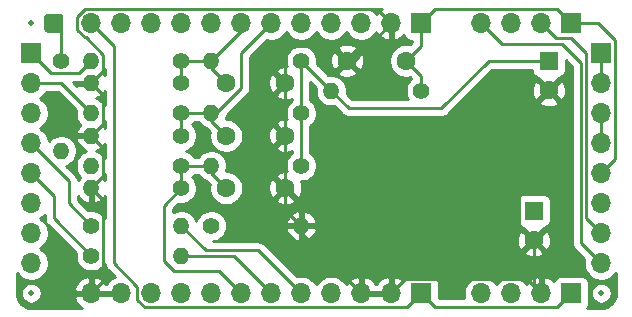
<source format=gtl>
G04 #@! TF.GenerationSoftware,KiCad,Pcbnew,(5.1.6-0-10_14)*
G04 #@! TF.CreationDate,2021-03-20T02:01:16+00:00*
G04 #@! TF.ProjectId,JunketOnSteroidsTTGO,4a756e6b-6574-44f6-9e53-7465726f6964,0.3*
G04 #@! TF.SameCoordinates,PX5faea10PY5734380*
G04 #@! TF.FileFunction,Copper,L1,Top*
G04 #@! TF.FilePolarity,Positive*
%FSLAX46Y46*%
G04 Gerber Fmt 4.6, Leading zero omitted, Abs format (unit mm)*
G04 Created by KiCad (PCBNEW (5.1.6-0-10_14)) date 2021-03-20 02:01:16*
%MOMM*%
%LPD*%
G01*
G04 APERTURE LIST*
G04 #@! TA.AperFunction,ComponentPad*
%ADD10R,1.700000X1.700000*%
G04 #@! TD*
G04 #@! TA.AperFunction,ComponentPad*
%ADD11O,1.700000X1.700000*%
G04 #@! TD*
G04 #@! TA.AperFunction,ComponentPad*
%ADD12O,1.400000X1.400000*%
G04 #@! TD*
G04 #@! TA.AperFunction,ComponentPad*
%ADD13C,1.400000*%
G04 #@! TD*
G04 #@! TA.AperFunction,SMDPad,CuDef*
%ADD14C,0.500000*%
G04 #@! TD*
G04 #@! TA.AperFunction,ComponentPad*
%ADD15C,1.600000*%
G04 #@! TD*
G04 #@! TA.AperFunction,ComponentPad*
%ADD16R,1.600000X1.600000*%
G04 #@! TD*
G04 #@! TA.AperFunction,ViaPad*
%ADD17C,0.800000*%
G04 #@! TD*
G04 #@! TA.AperFunction,Conductor*
%ADD18C,0.250000*%
G04 #@! TD*
G04 #@! TA.AperFunction,Conductor*
%ADD19C,0.254000*%
G04 #@! TD*
G04 APERTURE END LIST*
G04 #@! TO.P,TP1,1*
G04 #@! TO.N,/Vin*
G04 #@! TA.AperFunction,ComponentPad*
G36*
G01*
X4280000Y25485000D02*
X4280000Y26585000D01*
G75*
G02*
X4530000Y26835000I250000J0D01*
G01*
X5630000Y26835000D01*
G75*
G02*
X5880000Y26585000I0J-250000D01*
G01*
X5880000Y25485000D01*
G75*
G02*
X5630000Y25235000I-250000J0D01*
G01*
X4530000Y25235000D01*
G75*
G02*
X4280000Y25485000I0J250000D01*
G01*
G37*
G04 #@! TD.AperFunction*
G04 #@! TD*
D10*
G04 #@! TO.P,J3,1*
G04 #@! TO.N,VCC*
X48895000Y26035000D03*
D11*
G04 #@! TO.P,J3,2*
G04 #@! TO.N,/TX*
X46355000Y26035000D03*
G04 #@! TO.P,J3,3*
G04 #@! TO.N,/GND*
X43815000Y26035000D03*
G04 #@! TO.P,J3,4*
G04 #@! TO.N,/RX*
X41275000Y26035000D03*
G04 #@! TD*
G04 #@! TO.P,J6,4*
G04 #@! TO.N,/SDA*
X41275000Y3175000D03*
G04 #@! TO.P,J6,3*
G04 #@! TO.N,/SCL*
X43815000Y3175000D03*
G04 #@! TO.P,J6,2*
G04 #@! TO.N,/GND*
X46355000Y3175000D03*
D10*
G04 #@! TO.P,J6,1*
G04 #@! TO.N,+3V3*
X48895000Y3175000D03*
G04 #@! TD*
D12*
G04 #@! TO.P,R6,2*
G04 #@! TO.N,/GND*
X26035000Y8890000D03*
D13*
G04 #@! TO.P,R6,1*
G04 #@! TO.N,Net-(JP2-Pad3)*
X18415000Y8890000D03*
G04 #@! TD*
D14*
G04 #@! TO.P,FID3,*
G04 #@! TO.N,*
X51435000Y3175000D03*
G04 #@! TD*
G04 #@! TO.P,FID2,*
G04 #@! TO.N,*
X3175000Y26035000D03*
G04 #@! TD*
G04 #@! TO.P,FID1,*
G04 #@! TO.N,*
X3175000Y3175000D03*
G04 #@! TD*
D15*
G04 #@! TO.P,C31,2*
G04 #@! TO.N,/GND*
X24685000Y12065000D03*
G04 #@! TO.P,C31,1*
G04 #@! TO.N,/ADC12*
X19685000Y12065000D03*
G04 #@! TD*
G04 #@! TO.P,C21,2*
G04 #@! TO.N,/GND*
X24685000Y16510000D03*
G04 #@! TO.P,C21,1*
G04 #@! TO.N,/ADC5*
X19685000Y16510000D03*
G04 #@! TD*
G04 #@! TO.P,C11,2*
G04 #@! TO.N,/GND*
X24685000Y20955000D03*
G04 #@! TO.P,C11,1*
G04 #@! TO.N,/ADC4*
X19685000Y20955000D03*
G04 #@! TD*
G04 #@! TO.P,C3,2*
G04 #@! TO.N,/GND*
X29925000Y22860000D03*
G04 #@! TO.P,C3,1*
G04 #@! TO.N,VCC*
X34925000Y22860000D03*
G04 #@! TD*
D12*
G04 #@! TO.P,R51,2*
G04 #@! TO.N,/GPIO15*
X15875000Y6350000D03*
D13*
G04 #@! TO.P,R51,1*
G04 #@! TO.N,/Vout_set*
X8255000Y6350000D03*
G04 #@! TD*
D12*
G04 #@! TO.P,R41,2*
G04 #@! TO.N,/GPIO13*
X15875000Y8890000D03*
D13*
G04 #@! TO.P,R41,1*
G04 #@! TO.N,/Iout_set*
X8255000Y8890000D03*
G04 #@! TD*
D12*
G04 #@! TO.P,R33,2*
G04 #@! TO.N,/ADC12*
X18415000Y13970000D03*
D13*
G04 #@! TO.P,R33,1*
G04 #@! TO.N,/ADC_pullup*
X26035000Y13970000D03*
G04 #@! TD*
D12*
G04 #@! TO.P,R32,2*
G04 #@! TO.N,/GND*
X8255000Y12065000D03*
D13*
G04 #@! TO.P,R32,1*
G04 #@! TO.N,/ADC12*
X15875000Y12065000D03*
G04 #@! TD*
D12*
G04 #@! TO.P,R31,2*
G04 #@! TO.N,Net-(JP3-Pad2)*
X8255000Y13970000D03*
D13*
G04 #@! TO.P,R31,1*
G04 #@! TO.N,/ADC12*
X15875000Y13970000D03*
G04 #@! TD*
D12*
G04 #@! TO.P,R23,2*
G04 #@! TO.N,/ADC5*
X18415000Y18415000D03*
D13*
G04 #@! TO.P,R23,1*
G04 #@! TO.N,/ADC_pullup*
X26035000Y18415000D03*
G04 #@! TD*
D12*
G04 #@! TO.P,R22,2*
G04 #@! TO.N,/GND*
X8255000Y16510000D03*
D13*
G04 #@! TO.P,R22,1*
G04 #@! TO.N,/ADC5*
X15875000Y16510000D03*
G04 #@! TD*
D12*
G04 #@! TO.P,R21,2*
G04 #@! TO.N,/Vout_sense*
X8255000Y18415000D03*
D13*
G04 #@! TO.P,R21,1*
G04 #@! TO.N,/ADC5*
X15875000Y18415000D03*
G04 #@! TD*
D12*
G04 #@! TO.P,R13,2*
G04 #@! TO.N,/ADC4*
X18415000Y22860000D03*
D13*
G04 #@! TO.P,R13,1*
G04 #@! TO.N,/ADC_pullup*
X26035000Y22860000D03*
G04 #@! TD*
D12*
G04 #@! TO.P,R12,2*
G04 #@! TO.N,/GND*
X8255000Y20955000D03*
D13*
G04 #@! TO.P,R12,1*
G04 #@! TO.N,/ADC4*
X15875000Y20955000D03*
G04 #@! TD*
D12*
G04 #@! TO.P,R11,2*
G04 #@! TO.N,/Iout_sense*
X8255000Y22860000D03*
D13*
G04 #@! TO.P,R11,1*
G04 #@! TO.N,/ADC4*
X15875000Y22860000D03*
G04 #@! TD*
D12*
G04 #@! TO.P,R34,2*
G04 #@! TO.N,Net-(JP3-Pad3)*
X5715000Y15240000D03*
D13*
G04 #@! TO.P,R34,1*
G04 #@! TO.N,/Vin*
X5715000Y22860000D03*
G04 #@! TD*
D12*
G04 #@! TO.P,R1,2*
G04 #@! TO.N,/ADC_pullup*
X28575000Y20320000D03*
D13*
G04 #@! TO.P,R1,1*
G04 #@! TO.N,VCC*
X36195000Y20320000D03*
G04 #@! TD*
D11*
G04 #@! TO.P,J5,12*
G04 #@! TO.N,/GND*
X8255000Y3175000D03*
G04 #@! TO.P,J5,11*
X10795000Y3175000D03*
G04 #@! TO.P,J5,10*
G04 #@! TO.N,/SDA*
X13335000Y3175000D03*
G04 #@! TO.P,J5,9*
G04 #@! TO.N,/SCL*
X15875000Y3175000D03*
G04 #@! TO.P,J5,8*
G04 #@! TO.N,Net-(J5-Pad8)*
X18415000Y3175000D03*
G04 #@! TO.P,J5,7*
G04 #@! TO.N,/ADC12*
X20955000Y3175000D03*
G04 #@! TO.P,J5,6*
G04 #@! TO.N,/GPIO15*
X23495000Y3175000D03*
G04 #@! TO.P,J5,5*
G04 #@! TO.N,/GPIO13*
X26035000Y3175000D03*
G04 #@! TO.P,J5,4*
G04 #@! TO.N,/FAN*
X28575000Y3175000D03*
G04 #@! TO.P,J5,3*
G04 #@! TO.N,/GND*
X31115000Y3175000D03*
G04 #@! TO.P,J5,2*
X33655000Y3175000D03*
D10*
G04 #@! TO.P,J5,1*
G04 #@! TO.N,+3V3*
X36195000Y3175000D03*
G04 #@! TD*
D11*
G04 #@! TO.P,J4,12*
G04 #@! TO.N,+3V3*
X8255000Y26035000D03*
G04 #@! TO.P,J4,11*
G04 #@! TO.N,Net-(J4-Pad11)*
X10795000Y26035000D03*
G04 #@! TO.P,J4,10*
G04 #@! TO.N,Net-(J4-Pad10)*
X13335000Y26035000D03*
G04 #@! TO.P,J4,9*
G04 #@! TO.N,Net-(J4-Pad9)*
X15875000Y26035000D03*
G04 #@! TO.P,J4,8*
G04 #@! TO.N,Net-(J4-Pad8)*
X18415000Y26035000D03*
G04 #@! TO.P,J4,7*
G04 #@! TO.N,/ADC4*
X20955000Y26035000D03*
G04 #@! TO.P,J4,6*
G04 #@! TO.N,/ADC5*
X23495000Y26035000D03*
G04 #@! TO.P,J4,5*
G04 #@! TO.N,Net-(J4-Pad5)*
X26035000Y26035000D03*
G04 #@! TO.P,J4,4*
G04 #@! TO.N,Net-(J4-Pad4)*
X28575000Y26035000D03*
G04 #@! TO.P,J4,3*
G04 #@! TO.N,/GPIO27*
X31115000Y26035000D03*
G04 #@! TO.P,J4,2*
G04 #@! TO.N,/GND*
X33655000Y26035000D03*
D10*
G04 #@! TO.P,J4,1*
G04 #@! TO.N,VCC*
X36195000Y26035000D03*
G04 #@! TD*
D11*
G04 #@! TO.P,J2,8*
G04 #@! TO.N,/RX*
X51435000Y5715000D03*
G04 #@! TO.P,J2,7*
G04 #@! TO.N,/TX*
X51435000Y8255000D03*
G04 #@! TO.P,J2,6*
G04 #@! TO.N,Net-(J2-Pad6)*
X51435000Y10795000D03*
G04 #@! TO.P,J2,5*
G04 #@! TO.N,VCC*
X51435000Y13335000D03*
G04 #@! TO.P,J2,4*
G04 #@! TO.N,GNDD*
X51435000Y15875000D03*
G04 #@! TO.P,J2,3*
X51435000Y18415000D03*
G04 #@! TO.P,J2,2*
G04 #@! TO.N,GNDA*
X51435000Y20955000D03*
D10*
G04 #@! TO.P,J2,1*
X51435000Y23495000D03*
G04 #@! TD*
D11*
G04 #@! TO.P,J1,8*
G04 #@! TO.N,Net-(J1-Pad8)*
X3175000Y5715000D03*
G04 #@! TO.P,J1,7*
G04 #@! TO.N,/FAN*
X3175000Y8255000D03*
G04 #@! TO.P,J1,6*
G04 #@! TO.N,/!ON*
X3175000Y10795000D03*
G04 #@! TO.P,J1,5*
G04 #@! TO.N,/Vout_set*
X3175000Y13335000D03*
G04 #@! TO.P,J1,4*
G04 #@! TO.N,/Iout_set*
X3175000Y15875000D03*
G04 #@! TO.P,J1,3*
G04 #@! TO.N,/Vin_sense*
X3175000Y18415000D03*
G04 #@! TO.P,J1,2*
G04 #@! TO.N,/Vout_sense*
X3175000Y20955000D03*
D10*
G04 #@! TO.P,J1,1*
G04 #@! TO.N,/Iout_sense*
X3175000Y23495000D03*
G04 #@! TD*
D15*
G04 #@! TO.P,C2,2*
G04 #@! TO.N,/GND*
X45720000Y7660000D03*
D16*
G04 #@! TO.P,C2,1*
G04 #@! TO.N,VCC*
X45720000Y10160000D03*
G04 #@! TD*
D15*
G04 #@! TO.P,C1,2*
G04 #@! TO.N,/GND*
X46990000Y20360000D03*
D16*
G04 #@! TO.P,C1,1*
G04 #@! TO.N,/ADC_pullup*
X46990000Y22860000D03*
G04 #@! TD*
D17*
G04 #@! TO.N,/GND*
X45085000Y15875000D03*
G04 #@! TD*
D18*
G04 #@! TO.N,/ADC_pullup*
X26035000Y18415000D02*
X26035000Y13970000D01*
X26035000Y18415000D02*
X26035000Y22860000D01*
X28575000Y20320000D02*
X26035000Y22860000D01*
X30050011Y18844989D02*
X37894989Y18844989D01*
X28575000Y20320000D02*
X30050011Y18844989D01*
X37894989Y18844989D02*
X41910000Y22860000D01*
X41910000Y22860000D02*
X46990000Y22860000D01*
G04 #@! TO.N,VCC*
X52610001Y24605001D02*
X52610001Y14510001D01*
X51180002Y26035000D02*
X52610001Y24605001D01*
X52610001Y14510001D02*
X51435000Y13335000D01*
X48895000Y26035000D02*
X51180002Y26035000D01*
X37370001Y27210001D02*
X36195000Y26035000D01*
X47719999Y27210001D02*
X37370001Y27210001D01*
X48895000Y26035000D02*
X47719999Y27210001D01*
X36195000Y24130000D02*
X34925000Y22860000D01*
X36195000Y26035000D02*
X36195000Y24130000D01*
X36195000Y21590000D02*
X34925000Y22860000D01*
X36195000Y20320000D02*
X36195000Y21590000D01*
G04 #@! TO.N,/ADC4*
X18415000Y22860000D02*
X15875000Y22860000D01*
X18415000Y22225000D02*
X19685000Y20955000D01*
X18415000Y22860000D02*
X18415000Y22225000D01*
X20955000Y25400000D02*
X20955000Y26035000D01*
X18415000Y22860000D02*
X20955000Y25400000D01*
X15875000Y22860000D02*
X15875000Y20955000D01*
G04 #@! TO.N,/ADC5*
X18415000Y18415000D02*
X15875000Y18415000D01*
X18415000Y17780000D02*
X19685000Y16510000D01*
X18415000Y18415000D02*
X18415000Y17780000D01*
X15875000Y18415000D02*
X15875000Y16510000D01*
X20955000Y20559998D02*
X18810002Y18415000D01*
X18810002Y18415000D02*
X18415000Y18415000D01*
X20955000Y23495000D02*
X20955000Y20559998D01*
X23495000Y26035000D02*
X20955000Y23495000D01*
G04 #@! TO.N,/ADC12*
X18415000Y13970000D02*
X15875000Y13970000D01*
X18415000Y13335000D02*
X19685000Y12065000D01*
X18415000Y13970000D02*
X18415000Y13335000D01*
X15875000Y13970000D02*
X15875000Y12065000D01*
X19050000Y5080000D02*
X20955000Y3175000D01*
X15240000Y5080000D02*
X19050000Y5080000D01*
X14399989Y5920011D02*
X15240000Y5080000D01*
X14399989Y10589989D02*
X14399989Y5920011D01*
X15875000Y12065000D02*
X14399989Y10589989D01*
G04 #@! TO.N,/Vout_set*
X8255000Y6350000D02*
X5080000Y9525000D01*
X5080000Y9525000D02*
X5080000Y11430000D01*
X5080000Y11430000D02*
X3175000Y13335000D01*
G04 #@! TO.N,/Iout_set*
X6350000Y12700000D02*
X3175000Y15875000D01*
X6350000Y10795000D02*
X6350000Y12700000D01*
X8255000Y8890000D02*
X6350000Y10795000D01*
G04 #@! TO.N,/Vout_sense*
X5715000Y20955000D02*
X3175000Y20955000D01*
X8255000Y18415000D02*
X5715000Y20955000D01*
G04 #@! TO.N,/Iout_sense*
X3810000Y22860000D02*
X3175000Y23495000D01*
X7229999Y21834999D02*
X8255000Y22860000D01*
X4835001Y21834999D02*
X7229999Y21834999D01*
X3175000Y23495000D02*
X4835001Y21834999D01*
G04 #@! TO.N,/RX*
X49714990Y22675010D02*
X49714990Y7435010D01*
X48075010Y24314990D02*
X49714990Y22675010D01*
X42995010Y24314990D02*
X48075010Y24314990D01*
X49714990Y7435010D02*
X51435000Y5715000D01*
X41275000Y26035000D02*
X42995010Y24314990D01*
G04 #@! TO.N,/TX*
X46355000Y26035000D02*
X47625000Y24765000D01*
X47625000Y24765000D02*
X48895000Y24765000D01*
X48895000Y24765000D02*
X50165000Y23495000D01*
X50165000Y9525000D02*
X51435000Y8255000D01*
X50165000Y23495000D02*
X50165000Y9525000D01*
G04 #@! TO.N,+3V3*
X35019999Y1999999D02*
X36195000Y3175000D01*
X12770999Y1999999D02*
X35019999Y1999999D01*
X47719999Y1999999D02*
X48895000Y3175000D01*
X37370001Y1999999D02*
X47719999Y1999999D01*
X36195000Y3175000D02*
X37370001Y1999999D01*
X10160000Y24130000D02*
X10160000Y5715000D01*
X8255000Y26035000D02*
X10160000Y24130000D01*
X12159999Y2610999D02*
X12770999Y1999999D01*
X12159999Y3715001D02*
X12159999Y2610999D01*
X10160000Y5715000D02*
X12159999Y3715001D01*
G04 #@! TO.N,/GPIO15*
X20320000Y6350000D02*
X23495000Y3175000D01*
X15875000Y6350000D02*
X20320000Y6350000D01*
G04 #@! TO.N,/Vin*
X5715000Y25400000D02*
X5080000Y26035000D01*
X5715000Y22860000D02*
X5715000Y25400000D01*
G04 #@! TO.N,GNDD*
X51435000Y15875000D02*
X51435000Y18415000D01*
G04 #@! TO.N,/GND*
X31115000Y3175000D02*
X33655000Y3175000D01*
X8255000Y3175000D02*
X10795000Y3175000D01*
X9280001Y17535001D02*
X8255000Y16510000D01*
X9280001Y19929999D02*
X9280001Y17535001D01*
X8255000Y20955000D02*
X9280001Y19929999D01*
X9280001Y15484999D02*
X9280001Y13090001D01*
X9280001Y13090001D02*
X8255000Y12065000D01*
X8255000Y16510000D02*
X9280001Y15484999D01*
X9280001Y4200001D02*
X8255000Y3175000D01*
X9280001Y11039999D02*
X9280001Y4200001D01*
X8255000Y12065000D02*
X9280001Y11039999D01*
X24685000Y20955000D02*
X24685000Y16510000D01*
X24685000Y16510000D02*
X24685000Y12065000D01*
X32479999Y27210001D02*
X33655000Y26035000D01*
X7690999Y27210001D02*
X32479999Y27210001D01*
X7690999Y24859999D02*
X7079999Y25470999D01*
X7079999Y25470999D02*
X7079999Y26599001D01*
X7772003Y24859999D02*
X7690999Y24859999D01*
X7079999Y26599001D02*
X7690999Y27210001D01*
X9280001Y23352001D02*
X7772003Y24859999D01*
X9280001Y21980001D02*
X9280001Y23352001D01*
X8255000Y20955000D02*
X9280001Y21980001D01*
X31115000Y3175000D02*
X29210000Y5080000D01*
X30480000Y22860000D02*
X29925000Y22860000D01*
X33655000Y26035000D02*
X30480000Y22860000D01*
X31750000Y24130000D02*
X33655000Y26035000D01*
X24685000Y23415000D02*
X25400000Y24130000D01*
X24685000Y20955000D02*
X24685000Y23415000D01*
X28655000Y24130000D02*
X25400000Y24130000D01*
X29925000Y22860000D02*
X28655000Y24130000D01*
X44450000Y17820000D02*
X46990000Y20360000D01*
X44450000Y16510000D02*
X44450000Y17820000D01*
X45085000Y15875000D02*
X44450000Y16510000D01*
X45085000Y15875000D02*
X44490000Y15280000D01*
X44490000Y8890000D02*
X44490000Y15280000D01*
X45720000Y7660000D02*
X44490000Y8890000D01*
X24685000Y10240000D02*
X26035000Y8890000D01*
X24685000Y12065000D02*
X24685000Y10240000D01*
X26035000Y8255000D02*
X26035000Y8890000D01*
X31115000Y3175000D02*
X26035000Y8255000D01*
X34830001Y4350001D02*
X33655000Y3175000D01*
X45179999Y4350001D02*
X34830001Y4350001D01*
X46355000Y3175000D02*
X45179999Y4350001D01*
X45720000Y3810000D02*
X46355000Y3175000D01*
X45720000Y7660000D02*
X45720000Y3810000D01*
G04 #@! TO.N,GNDA*
X51435000Y20955000D02*
X51435000Y23495000D01*
G04 #@! TO.N,/GPIO13*
X17964990Y6800010D02*
X15875000Y8890000D01*
X22409990Y6800010D02*
X17964990Y6800010D01*
X26035000Y3175000D02*
X22409990Y6800010D01*
G04 #@! TD*
D19*
G04 #@! TO.N,/GND*
G36*
X33782000Y26162000D02*
G01*
X33802000Y26162000D01*
X33802000Y25908000D01*
X33782000Y25908000D01*
X33782000Y24714845D01*
X34011890Y24593524D01*
X34159099Y24638175D01*
X34421920Y24763359D01*
X34655269Y24937412D01*
X34731034Y25021466D01*
X34755498Y24940820D01*
X34814463Y24830506D01*
X34893815Y24733815D01*
X34990506Y24654463D01*
X35100820Y24595498D01*
X35220518Y24559188D01*
X35345000Y24546928D01*
X35435001Y24546928D01*
X35435001Y24444803D01*
X35248886Y24258688D01*
X35066335Y24295000D01*
X34783665Y24295000D01*
X34506426Y24239853D01*
X34245273Y24131680D01*
X34010241Y23974637D01*
X33810363Y23774759D01*
X33653320Y23539727D01*
X33545147Y23278574D01*
X33490000Y23001335D01*
X33490000Y22718665D01*
X33545147Y22441426D01*
X33653320Y22180273D01*
X33810363Y21945241D01*
X34010241Y21745363D01*
X34245273Y21588320D01*
X34506426Y21480147D01*
X34783665Y21425000D01*
X35066335Y21425000D01*
X35248886Y21461312D01*
X35349532Y21360667D01*
X35343987Y21356962D01*
X35158038Y21171013D01*
X35011939Y20952359D01*
X34911304Y20709405D01*
X34860000Y20451486D01*
X34860000Y20188514D01*
X34911304Y19930595D01*
X35011939Y19687641D01*
X35067165Y19604989D01*
X30364813Y19604989D01*
X29888645Y20081157D01*
X29910000Y20188514D01*
X29910000Y20451486D01*
X29858696Y20709405D01*
X29758061Y20952359D01*
X29611962Y21171013D01*
X29426013Y21356962D01*
X29207359Y21503061D01*
X28964405Y21603696D01*
X28706486Y21655000D01*
X28443514Y21655000D01*
X28336157Y21633645D01*
X28102504Y21867298D01*
X29111903Y21867298D01*
X29183486Y21623329D01*
X29438996Y21502429D01*
X29713184Y21433700D01*
X29995512Y21419783D01*
X30275130Y21461213D01*
X30541292Y21556397D01*
X30666514Y21623329D01*
X30738097Y21867298D01*
X29925000Y22680395D01*
X29111903Y21867298D01*
X28102504Y21867298D01*
X27348645Y22621157D01*
X27370000Y22728514D01*
X27370000Y22789488D01*
X28484783Y22789488D01*
X28526213Y22509870D01*
X28621397Y22243708D01*
X28688329Y22118486D01*
X28932298Y22046903D01*
X29745395Y22860000D01*
X30104605Y22860000D01*
X30917702Y22046903D01*
X31161671Y22118486D01*
X31282571Y22373996D01*
X31351300Y22648184D01*
X31365217Y22930512D01*
X31323787Y23210130D01*
X31228603Y23476292D01*
X31161671Y23601514D01*
X30917702Y23673097D01*
X30104605Y22860000D01*
X29745395Y22860000D01*
X28932298Y23673097D01*
X28688329Y23601514D01*
X28567429Y23346004D01*
X28498700Y23071816D01*
X28484783Y22789488D01*
X27370000Y22789488D01*
X27370000Y22991486D01*
X27318696Y23249405D01*
X27218061Y23492359D01*
X27071962Y23711013D01*
X26930273Y23852702D01*
X29111903Y23852702D01*
X29925000Y23039605D01*
X30738097Y23852702D01*
X30666514Y24096671D01*
X30411004Y24217571D01*
X30136816Y24286300D01*
X29854488Y24300217D01*
X29574870Y24258787D01*
X29308708Y24163603D01*
X29183486Y24096671D01*
X29111903Y23852702D01*
X26930273Y23852702D01*
X26886013Y23896962D01*
X26667359Y24043061D01*
X26424405Y24143696D01*
X26166486Y24195000D01*
X25903514Y24195000D01*
X25645595Y24143696D01*
X25402641Y24043061D01*
X25183987Y23896962D01*
X24998038Y23711013D01*
X24851939Y23492359D01*
X24751304Y23249405D01*
X24700000Y22991486D01*
X24700000Y22728514D01*
X24751304Y22470595D01*
X24786029Y22386761D01*
X24614488Y22395217D01*
X24334870Y22353787D01*
X24068708Y22258603D01*
X23943486Y22191671D01*
X23871903Y21947702D01*
X24685000Y21134605D01*
X24699143Y21148747D01*
X24878748Y20969142D01*
X24864605Y20955000D01*
X24878748Y20940857D01*
X24699143Y20761252D01*
X24685000Y20775395D01*
X23871903Y19962298D01*
X23943486Y19718329D01*
X24198996Y19597429D01*
X24473184Y19528700D01*
X24755512Y19514783D01*
X25035130Y19556213D01*
X25275000Y19641995D01*
X25275000Y19512775D01*
X25183987Y19451962D01*
X24998038Y19266013D01*
X24851939Y19047359D01*
X24751304Y18804405D01*
X24700000Y18546486D01*
X24700000Y18283514D01*
X24751304Y18025595D01*
X24786029Y17941761D01*
X24614488Y17950217D01*
X24334870Y17908787D01*
X24068708Y17813603D01*
X23943486Y17746671D01*
X23871903Y17502702D01*
X24685000Y16689605D01*
X24699143Y16703747D01*
X24878748Y16524142D01*
X24864605Y16510000D01*
X24878748Y16495857D01*
X24699143Y16316252D01*
X24685000Y16330395D01*
X23871903Y15517298D01*
X23943486Y15273329D01*
X24198996Y15152429D01*
X24473184Y15083700D01*
X24755512Y15069783D01*
X25035130Y15111213D01*
X25275001Y15196995D01*
X25275001Y15067775D01*
X25183987Y15006962D01*
X24998038Y14821013D01*
X24851939Y14602359D01*
X24751304Y14359405D01*
X24700000Y14101486D01*
X24700000Y13838514D01*
X24751304Y13580595D01*
X24786029Y13496761D01*
X24614488Y13505217D01*
X24334870Y13463787D01*
X24068708Y13368603D01*
X23943486Y13301671D01*
X23871903Y13057702D01*
X24685000Y12244605D01*
X24699143Y12258747D01*
X24878748Y12079142D01*
X24864605Y12065000D01*
X25677702Y11251903D01*
X25921671Y11323486D01*
X26042571Y11578996D01*
X26111300Y11853184D01*
X26125217Y12135512D01*
X26083787Y12415130D01*
X26005158Y12635000D01*
X26166486Y12635000D01*
X26424405Y12686304D01*
X26667359Y12786939D01*
X26886013Y12933038D01*
X27071962Y13118987D01*
X27218061Y13337641D01*
X27318696Y13580595D01*
X27370000Y13838514D01*
X27370000Y14101486D01*
X27318696Y14359405D01*
X27218061Y14602359D01*
X27071962Y14821013D01*
X26886013Y15006962D01*
X26795000Y15067775D01*
X26795000Y17317225D01*
X26886013Y17378038D01*
X27071962Y17563987D01*
X27218061Y17782641D01*
X27318696Y18025595D01*
X27370000Y18283514D01*
X27370000Y18546486D01*
X27318696Y18804405D01*
X27218061Y19047359D01*
X27071962Y19266013D01*
X26886013Y19451962D01*
X26795000Y19512775D01*
X26795000Y21025198D01*
X27261355Y20558843D01*
X27240000Y20451486D01*
X27240000Y20188514D01*
X27291304Y19930595D01*
X27391939Y19687641D01*
X27538038Y19468987D01*
X27723987Y19283038D01*
X27942641Y19136939D01*
X28185595Y19036304D01*
X28443514Y18985000D01*
X28706486Y18985000D01*
X28813843Y19006355D01*
X29486212Y18333986D01*
X29510010Y18304988D01*
X29539008Y18281190D01*
X29625735Y18210015D01*
X29757764Y18139443D01*
X29901025Y18095986D01*
X30050011Y18081312D01*
X30087344Y18084989D01*
X37857667Y18084989D01*
X37894989Y18081313D01*
X37932311Y18084989D01*
X37932322Y18084989D01*
X38043975Y18095986D01*
X38187236Y18139443D01*
X38319265Y18210015D01*
X38434990Y18304988D01*
X38458793Y18333992D01*
X39492099Y19367298D01*
X46176903Y19367298D01*
X46248486Y19123329D01*
X46503996Y19002429D01*
X46778184Y18933700D01*
X47060512Y18919783D01*
X47340130Y18961213D01*
X47606292Y19056397D01*
X47731514Y19123329D01*
X47803097Y19367298D01*
X46990000Y20180395D01*
X46176903Y19367298D01*
X39492099Y19367298D01*
X40414289Y20289488D01*
X45549783Y20289488D01*
X45591213Y20009870D01*
X45686397Y19743708D01*
X45753329Y19618486D01*
X45997298Y19546903D01*
X46810395Y20360000D01*
X47169605Y20360000D01*
X47982702Y19546903D01*
X48226671Y19618486D01*
X48347571Y19873996D01*
X48416300Y20148184D01*
X48430217Y20430512D01*
X48388787Y20710130D01*
X48293603Y20976292D01*
X48226671Y21101514D01*
X47982702Y21173097D01*
X47169605Y20360000D01*
X46810395Y20360000D01*
X45997298Y21173097D01*
X45753329Y21101514D01*
X45632429Y20846004D01*
X45563700Y20571816D01*
X45549783Y20289488D01*
X40414289Y20289488D01*
X42224802Y22100000D01*
X45551928Y22100000D01*
X45551928Y22060000D01*
X45564188Y21935518D01*
X45600498Y21815820D01*
X45659463Y21705506D01*
X45738815Y21608815D01*
X45835506Y21529463D01*
X45945820Y21470498D01*
X46065518Y21434188D01*
X46190000Y21421928D01*
X46197215Y21421928D01*
X46176903Y21352702D01*
X46990000Y20539605D01*
X47803097Y21352702D01*
X47782785Y21421928D01*
X47790000Y21421928D01*
X47914482Y21434188D01*
X48034180Y21470498D01*
X48144494Y21529463D01*
X48241185Y21608815D01*
X48320537Y21705506D01*
X48379502Y21815820D01*
X48415812Y21935518D01*
X48428072Y22060000D01*
X48428072Y22887126D01*
X48954990Y22360208D01*
X48954991Y7472343D01*
X48951314Y7435010D01*
X48965988Y7286025D01*
X49009444Y7142764D01*
X49080016Y7010734D01*
X49138879Y6939010D01*
X49174990Y6895009D01*
X49203988Y6871211D01*
X49993790Y6081408D01*
X49950000Y5861260D01*
X49950000Y5568740D01*
X50007068Y5281842D01*
X50119010Y5011589D01*
X50281525Y4768368D01*
X50488368Y4561525D01*
X50731589Y4399010D01*
X51001842Y4287068D01*
X51288740Y4230000D01*
X51581260Y4230000D01*
X51868158Y4287068D01*
X52138411Y4399010D01*
X52381632Y4561525D01*
X52588475Y4768368D01*
X52680000Y4905345D01*
X52680000Y3207278D01*
X52653185Y2933795D01*
X52583133Y2701774D01*
X52469350Y2487778D01*
X52316169Y2299961D01*
X52129424Y2145471D01*
X51916231Y2030198D01*
X51684701Y1958528D01*
X51413276Y1930000D01*
X50242295Y1930000D01*
X50275537Y1970506D01*
X50334502Y2080820D01*
X50370812Y2200518D01*
X50383072Y2325000D01*
X50383072Y3262165D01*
X50550000Y3262165D01*
X50550000Y3087835D01*
X50584010Y2916855D01*
X50650723Y2755795D01*
X50747576Y2610845D01*
X50870845Y2487576D01*
X51015795Y2390723D01*
X51176855Y2324010D01*
X51347835Y2290000D01*
X51522165Y2290000D01*
X51693145Y2324010D01*
X51854205Y2390723D01*
X51999155Y2487576D01*
X52122424Y2610845D01*
X52219277Y2755795D01*
X52285990Y2916855D01*
X52320000Y3087835D01*
X52320000Y3262165D01*
X52285990Y3433145D01*
X52219277Y3594205D01*
X52122424Y3739155D01*
X51999155Y3862424D01*
X51854205Y3959277D01*
X51693145Y4025990D01*
X51522165Y4060000D01*
X51347835Y4060000D01*
X51176855Y4025990D01*
X51015795Y3959277D01*
X50870845Y3862424D01*
X50747576Y3739155D01*
X50650723Y3594205D01*
X50584010Y3433145D01*
X50550000Y3262165D01*
X50383072Y3262165D01*
X50383072Y4025000D01*
X50370812Y4149482D01*
X50334502Y4269180D01*
X50275537Y4379494D01*
X50196185Y4476185D01*
X50099494Y4555537D01*
X49989180Y4614502D01*
X49869482Y4650812D01*
X49745000Y4663072D01*
X48045000Y4663072D01*
X47920518Y4650812D01*
X47800820Y4614502D01*
X47690506Y4555537D01*
X47593815Y4476185D01*
X47514463Y4379494D01*
X47455498Y4269180D01*
X47431034Y4188534D01*
X47355269Y4272588D01*
X47121920Y4446641D01*
X46859099Y4571825D01*
X46711890Y4616476D01*
X46482000Y4495155D01*
X46482000Y3302000D01*
X46502000Y3302000D01*
X46502000Y3048000D01*
X46482000Y3048000D01*
X46482000Y3028000D01*
X46228000Y3028000D01*
X46228000Y3048000D01*
X46208000Y3048000D01*
X46208000Y3302000D01*
X46228000Y3302000D01*
X46228000Y4495155D01*
X45998110Y4616476D01*
X45850901Y4571825D01*
X45588080Y4446641D01*
X45354731Y4272588D01*
X45159822Y4056355D01*
X45090195Y3939466D01*
X44968475Y4121632D01*
X44761632Y4328475D01*
X44518411Y4490990D01*
X44248158Y4602932D01*
X43961260Y4660000D01*
X43668740Y4660000D01*
X43381842Y4602932D01*
X43111589Y4490990D01*
X42868368Y4328475D01*
X42661525Y4121632D01*
X42545000Y3947240D01*
X42428475Y4121632D01*
X42221632Y4328475D01*
X41978411Y4490990D01*
X41708158Y4602932D01*
X41421260Y4660000D01*
X41128740Y4660000D01*
X40841842Y4602932D01*
X40571589Y4490990D01*
X40328368Y4328475D01*
X40121525Y4121632D01*
X39959010Y3878411D01*
X39847068Y3608158D01*
X39790000Y3321260D01*
X39790000Y3028740D01*
X39843456Y2759999D01*
X37684803Y2759999D01*
X37683072Y2761730D01*
X37683072Y4025000D01*
X37670812Y4149482D01*
X37634502Y4269180D01*
X37575537Y4379494D01*
X37496185Y4476185D01*
X37399494Y4555537D01*
X37289180Y4614502D01*
X37169482Y4650812D01*
X37045000Y4663072D01*
X35345000Y4663072D01*
X35220518Y4650812D01*
X35100820Y4614502D01*
X34990506Y4555537D01*
X34893815Y4476185D01*
X34814463Y4379494D01*
X34755498Y4269180D01*
X34731034Y4188534D01*
X34655269Y4272588D01*
X34421920Y4446641D01*
X34159099Y4571825D01*
X34011890Y4616476D01*
X33782000Y4495155D01*
X33782000Y3302000D01*
X33802000Y3302000D01*
X33802000Y3048000D01*
X33782000Y3048000D01*
X33782000Y3028000D01*
X33528000Y3028000D01*
X33528000Y3048000D01*
X31242000Y3048000D01*
X31242000Y3028000D01*
X30988000Y3028000D01*
X30988000Y3048000D01*
X30968000Y3048000D01*
X30968000Y3302000D01*
X30988000Y3302000D01*
X30988000Y4495155D01*
X31242000Y4495155D01*
X31242000Y3302000D01*
X33528000Y3302000D01*
X33528000Y4495155D01*
X33298110Y4616476D01*
X33150901Y4571825D01*
X32888080Y4446641D01*
X32654731Y4272588D01*
X32459822Y4056355D01*
X32385000Y3930745D01*
X32310178Y4056355D01*
X32115269Y4272588D01*
X31881920Y4446641D01*
X31619099Y4571825D01*
X31471890Y4616476D01*
X31242000Y4495155D01*
X30988000Y4495155D01*
X30758110Y4616476D01*
X30610901Y4571825D01*
X30348080Y4446641D01*
X30114731Y4272588D01*
X29919822Y4056355D01*
X29850195Y3939466D01*
X29728475Y4121632D01*
X29521632Y4328475D01*
X29278411Y4490990D01*
X29008158Y4602932D01*
X28721260Y4660000D01*
X28428740Y4660000D01*
X28141842Y4602932D01*
X27871589Y4490990D01*
X27628368Y4328475D01*
X27421525Y4121632D01*
X27305000Y3947240D01*
X27188475Y4121632D01*
X26981632Y4328475D01*
X26738411Y4490990D01*
X26468158Y4602932D01*
X26181260Y4660000D01*
X25888740Y4660000D01*
X25668592Y4616210D01*
X23617504Y6667298D01*
X44906903Y6667298D01*
X44978486Y6423329D01*
X45233996Y6302429D01*
X45508184Y6233700D01*
X45790512Y6219783D01*
X46070130Y6261213D01*
X46336292Y6356397D01*
X46461514Y6423329D01*
X46533097Y6667298D01*
X45720000Y7480395D01*
X44906903Y6667298D01*
X23617504Y6667298D01*
X22973794Y7311007D01*
X22949991Y7340011D01*
X22834266Y7434984D01*
X22702237Y7505556D01*
X22558976Y7549013D01*
X22447323Y7560010D01*
X22447312Y7560010D01*
X22409990Y7563686D01*
X22372668Y7560010D01*
X18571673Y7560010D01*
X18719866Y7589488D01*
X44279783Y7589488D01*
X44321213Y7309870D01*
X44416397Y7043708D01*
X44483329Y6918486D01*
X44727298Y6846903D01*
X45540395Y7660000D01*
X45899605Y7660000D01*
X46712702Y6846903D01*
X46956671Y6918486D01*
X47077571Y7173996D01*
X47146300Y7448184D01*
X47160217Y7730512D01*
X47118787Y8010130D01*
X47023603Y8276292D01*
X46956671Y8401514D01*
X46712702Y8473097D01*
X45899605Y7660000D01*
X45540395Y7660000D01*
X44727298Y8473097D01*
X44483329Y8401514D01*
X44362429Y8146004D01*
X44293700Y7871816D01*
X44279783Y7589488D01*
X18719866Y7589488D01*
X18804405Y7606304D01*
X19047359Y7706939D01*
X19266013Y7853038D01*
X19451962Y8038987D01*
X19598061Y8257641D01*
X19698696Y8500595D01*
X19709850Y8556671D01*
X24742284Y8556671D01*
X24774953Y8448956D01*
X24885208Y8211608D01*
X25039649Y8000330D01*
X25232340Y7823241D01*
X25455877Y7687147D01*
X25701670Y7597278D01*
X25908000Y7719799D01*
X25908000Y8763000D01*
X26162000Y8763000D01*
X26162000Y7719799D01*
X26368330Y7597278D01*
X26614123Y7687147D01*
X26837660Y7823241D01*
X27030351Y8000330D01*
X27184792Y8211608D01*
X27295047Y8448956D01*
X27327716Y8556671D01*
X27204374Y8763000D01*
X26162000Y8763000D01*
X25908000Y8763000D01*
X24865626Y8763000D01*
X24742284Y8556671D01*
X19709850Y8556671D01*
X19750000Y8758514D01*
X19750000Y9021486D01*
X19709851Y9223329D01*
X24742284Y9223329D01*
X24865626Y9017000D01*
X25908000Y9017000D01*
X25908000Y10060201D01*
X26162000Y10060201D01*
X26162000Y9017000D01*
X27204374Y9017000D01*
X27327716Y9223329D01*
X27295047Y9331044D01*
X27184792Y9568392D01*
X27030351Y9779670D01*
X26837660Y9956759D01*
X26614123Y10092853D01*
X26368330Y10182722D01*
X26162000Y10060201D01*
X25908000Y10060201D01*
X25701670Y10182722D01*
X25455877Y10092853D01*
X25232340Y9956759D01*
X25039649Y9779670D01*
X24885208Y9568392D01*
X24774953Y9331044D01*
X24742284Y9223329D01*
X19709851Y9223329D01*
X19698696Y9279405D01*
X19598061Y9522359D01*
X19451962Y9741013D01*
X19266013Y9926962D01*
X19047359Y10073061D01*
X18804405Y10173696D01*
X18546486Y10225000D01*
X18283514Y10225000D01*
X18025595Y10173696D01*
X17782641Y10073061D01*
X17563987Y9926962D01*
X17378038Y9741013D01*
X17231939Y9522359D01*
X17145000Y9312470D01*
X17058061Y9522359D01*
X16911962Y9741013D01*
X16726013Y9926962D01*
X16507359Y10073061D01*
X16264405Y10173696D01*
X16006486Y10225000D01*
X15743514Y10225000D01*
X15485595Y10173696D01*
X15242641Y10073061D01*
X15159989Y10017835D01*
X15159989Y10275188D01*
X15636157Y10751355D01*
X15743514Y10730000D01*
X16006486Y10730000D01*
X16264405Y10781304D01*
X16507359Y10881939D01*
X16726013Y11028038D01*
X16911962Y11213987D01*
X17058061Y11432641D01*
X17158696Y11675595D01*
X17210000Y11933514D01*
X17210000Y12196486D01*
X17158696Y12454405D01*
X17058061Y12697359D01*
X16911962Y12916013D01*
X16810475Y13017500D01*
X16911962Y13118987D01*
X16972775Y13210000D01*
X17317225Y13210000D01*
X17378038Y13118987D01*
X17563987Y12933038D01*
X17782641Y12786939D01*
X17962944Y12712255D01*
X18286312Y12388886D01*
X18250000Y12206335D01*
X18250000Y11923665D01*
X18305147Y11646426D01*
X18413320Y11385273D01*
X18570363Y11150241D01*
X18770241Y10950363D01*
X19005273Y10793320D01*
X19266426Y10685147D01*
X19543665Y10630000D01*
X19826335Y10630000D01*
X20103574Y10685147D01*
X20364727Y10793320D01*
X20599759Y10950363D01*
X20721694Y11072298D01*
X23871903Y11072298D01*
X23943486Y10828329D01*
X24198996Y10707429D01*
X24473184Y10638700D01*
X24755512Y10624783D01*
X25035130Y10666213D01*
X25301292Y10761397D01*
X25426514Y10828329D01*
X25465147Y10960000D01*
X44281928Y10960000D01*
X44281928Y9360000D01*
X44294188Y9235518D01*
X44330498Y9115820D01*
X44389463Y9005506D01*
X44468815Y8908815D01*
X44565506Y8829463D01*
X44675820Y8770498D01*
X44795518Y8734188D01*
X44920000Y8721928D01*
X44927215Y8721928D01*
X44906903Y8652702D01*
X45720000Y7839605D01*
X46533097Y8652702D01*
X46512785Y8721928D01*
X46520000Y8721928D01*
X46644482Y8734188D01*
X46764180Y8770498D01*
X46874494Y8829463D01*
X46971185Y8908815D01*
X47050537Y9005506D01*
X47109502Y9115820D01*
X47145812Y9235518D01*
X47158072Y9360000D01*
X47158072Y10960000D01*
X47145812Y11084482D01*
X47109502Y11204180D01*
X47050537Y11314494D01*
X46971185Y11411185D01*
X46874494Y11490537D01*
X46764180Y11549502D01*
X46644482Y11585812D01*
X46520000Y11598072D01*
X44920000Y11598072D01*
X44795518Y11585812D01*
X44675820Y11549502D01*
X44565506Y11490537D01*
X44468815Y11411185D01*
X44389463Y11314494D01*
X44330498Y11204180D01*
X44294188Y11084482D01*
X44281928Y10960000D01*
X25465147Y10960000D01*
X25498097Y11072298D01*
X24685000Y11885395D01*
X23871903Y11072298D01*
X20721694Y11072298D01*
X20799637Y11150241D01*
X20956680Y11385273D01*
X21064853Y11646426D01*
X21120000Y11923665D01*
X21120000Y11994488D01*
X23244783Y11994488D01*
X23286213Y11714870D01*
X23381397Y11448708D01*
X23448329Y11323486D01*
X23692298Y11251903D01*
X24505395Y12065000D01*
X23692298Y12878097D01*
X23448329Y12806514D01*
X23327429Y12551004D01*
X23258700Y12276816D01*
X23244783Y11994488D01*
X21120000Y11994488D01*
X21120000Y12206335D01*
X21064853Y12483574D01*
X20956680Y12744727D01*
X20799637Y12979759D01*
X20599759Y13179637D01*
X20364727Y13336680D01*
X20103574Y13444853D01*
X19826335Y13500000D01*
X19665312Y13500000D01*
X19698696Y13580595D01*
X19750000Y13838514D01*
X19750000Y14101486D01*
X19698696Y14359405D01*
X19598061Y14602359D01*
X19451962Y14821013D01*
X19266013Y15006962D01*
X19047359Y15153061D01*
X18804405Y15253696D01*
X18546486Y15305000D01*
X18283514Y15305000D01*
X18025595Y15253696D01*
X17782641Y15153061D01*
X17563987Y15006962D01*
X17378038Y14821013D01*
X17317225Y14730000D01*
X16972775Y14730000D01*
X16911962Y14821013D01*
X16726013Y15006962D01*
X16507359Y15153061D01*
X16297470Y15240000D01*
X16507359Y15326939D01*
X16726013Y15473038D01*
X16911962Y15658987D01*
X17058061Y15877641D01*
X17158696Y16120595D01*
X17210000Y16378514D01*
X17210000Y16641486D01*
X17158696Y16899405D01*
X17058061Y17142359D01*
X16911962Y17361013D01*
X16810475Y17462500D01*
X16911962Y17563987D01*
X16972775Y17655000D01*
X17317225Y17655000D01*
X17378038Y17563987D01*
X17563987Y17378038D01*
X17782641Y17231939D01*
X17962944Y17157255D01*
X18286312Y16833886D01*
X18250000Y16651335D01*
X18250000Y16368665D01*
X18305147Y16091426D01*
X18413320Y15830273D01*
X18570363Y15595241D01*
X18770241Y15395363D01*
X19005273Y15238320D01*
X19266426Y15130147D01*
X19543665Y15075000D01*
X19826335Y15075000D01*
X20103574Y15130147D01*
X20364727Y15238320D01*
X20599759Y15395363D01*
X20799637Y15595241D01*
X20956680Y15830273D01*
X21064853Y16091426D01*
X21120000Y16368665D01*
X21120000Y16439488D01*
X23244783Y16439488D01*
X23286213Y16159870D01*
X23381397Y15893708D01*
X23448329Y15768486D01*
X23692298Y15696903D01*
X24505395Y16510000D01*
X23692298Y17323097D01*
X23448329Y17251514D01*
X23327429Y16996004D01*
X23258700Y16721816D01*
X23244783Y16439488D01*
X21120000Y16439488D01*
X21120000Y16651335D01*
X21064853Y16928574D01*
X20956680Y17189727D01*
X20799637Y17424759D01*
X20599759Y17624637D01*
X20364727Y17781680D01*
X20103574Y17889853D01*
X19826335Y17945000D01*
X19665312Y17945000D01*
X19698696Y18025595D01*
X19749176Y18279373D01*
X21466003Y19996199D01*
X21495001Y20019997D01*
X21589974Y20135722D01*
X21660546Y20267751D01*
X21704003Y20411012D01*
X21715000Y20522665D01*
X21715000Y20522674D01*
X21718676Y20559997D01*
X21715000Y20597320D01*
X21715000Y20884488D01*
X23244783Y20884488D01*
X23286213Y20604870D01*
X23381397Y20338708D01*
X23448329Y20213486D01*
X23692298Y20141903D01*
X24505395Y20955000D01*
X23692298Y21768097D01*
X23448329Y21696514D01*
X23327429Y21441004D01*
X23258700Y21166816D01*
X23244783Y20884488D01*
X21715000Y20884488D01*
X21715000Y23180199D01*
X23128593Y24593790D01*
X23348740Y24550000D01*
X23641260Y24550000D01*
X23928158Y24607068D01*
X24198411Y24719010D01*
X24441632Y24881525D01*
X24648475Y25088368D01*
X24765000Y25262760D01*
X24881525Y25088368D01*
X25088368Y24881525D01*
X25331589Y24719010D01*
X25601842Y24607068D01*
X25888740Y24550000D01*
X26181260Y24550000D01*
X26468158Y24607068D01*
X26738411Y24719010D01*
X26981632Y24881525D01*
X27188475Y25088368D01*
X27305000Y25262760D01*
X27421525Y25088368D01*
X27628368Y24881525D01*
X27871589Y24719010D01*
X28141842Y24607068D01*
X28428740Y24550000D01*
X28721260Y24550000D01*
X29008158Y24607068D01*
X29278411Y24719010D01*
X29521632Y24881525D01*
X29728475Y25088368D01*
X29845000Y25262760D01*
X29961525Y25088368D01*
X30168368Y24881525D01*
X30411589Y24719010D01*
X30681842Y24607068D01*
X30968740Y24550000D01*
X31261260Y24550000D01*
X31548158Y24607068D01*
X31818411Y24719010D01*
X32061632Y24881525D01*
X32268475Y25088368D01*
X32390195Y25270534D01*
X32459822Y25153645D01*
X32654731Y24937412D01*
X32888080Y24763359D01*
X33150901Y24638175D01*
X33298110Y24593524D01*
X33528000Y24714845D01*
X33528000Y25908000D01*
X33508000Y25908000D01*
X33508000Y26162000D01*
X33528000Y26162000D01*
X33528000Y26182000D01*
X33782000Y26182000D01*
X33782000Y26162000D01*
G37*
X33782000Y26162000D02*
X33802000Y26162000D01*
X33802000Y25908000D01*
X33782000Y25908000D01*
X33782000Y24714845D01*
X34011890Y24593524D01*
X34159099Y24638175D01*
X34421920Y24763359D01*
X34655269Y24937412D01*
X34731034Y25021466D01*
X34755498Y24940820D01*
X34814463Y24830506D01*
X34893815Y24733815D01*
X34990506Y24654463D01*
X35100820Y24595498D01*
X35220518Y24559188D01*
X35345000Y24546928D01*
X35435001Y24546928D01*
X35435001Y24444803D01*
X35248886Y24258688D01*
X35066335Y24295000D01*
X34783665Y24295000D01*
X34506426Y24239853D01*
X34245273Y24131680D01*
X34010241Y23974637D01*
X33810363Y23774759D01*
X33653320Y23539727D01*
X33545147Y23278574D01*
X33490000Y23001335D01*
X33490000Y22718665D01*
X33545147Y22441426D01*
X33653320Y22180273D01*
X33810363Y21945241D01*
X34010241Y21745363D01*
X34245273Y21588320D01*
X34506426Y21480147D01*
X34783665Y21425000D01*
X35066335Y21425000D01*
X35248886Y21461312D01*
X35349532Y21360667D01*
X35343987Y21356962D01*
X35158038Y21171013D01*
X35011939Y20952359D01*
X34911304Y20709405D01*
X34860000Y20451486D01*
X34860000Y20188514D01*
X34911304Y19930595D01*
X35011939Y19687641D01*
X35067165Y19604989D01*
X30364813Y19604989D01*
X29888645Y20081157D01*
X29910000Y20188514D01*
X29910000Y20451486D01*
X29858696Y20709405D01*
X29758061Y20952359D01*
X29611962Y21171013D01*
X29426013Y21356962D01*
X29207359Y21503061D01*
X28964405Y21603696D01*
X28706486Y21655000D01*
X28443514Y21655000D01*
X28336157Y21633645D01*
X28102504Y21867298D01*
X29111903Y21867298D01*
X29183486Y21623329D01*
X29438996Y21502429D01*
X29713184Y21433700D01*
X29995512Y21419783D01*
X30275130Y21461213D01*
X30541292Y21556397D01*
X30666514Y21623329D01*
X30738097Y21867298D01*
X29925000Y22680395D01*
X29111903Y21867298D01*
X28102504Y21867298D01*
X27348645Y22621157D01*
X27370000Y22728514D01*
X27370000Y22789488D01*
X28484783Y22789488D01*
X28526213Y22509870D01*
X28621397Y22243708D01*
X28688329Y22118486D01*
X28932298Y22046903D01*
X29745395Y22860000D01*
X30104605Y22860000D01*
X30917702Y22046903D01*
X31161671Y22118486D01*
X31282571Y22373996D01*
X31351300Y22648184D01*
X31365217Y22930512D01*
X31323787Y23210130D01*
X31228603Y23476292D01*
X31161671Y23601514D01*
X30917702Y23673097D01*
X30104605Y22860000D01*
X29745395Y22860000D01*
X28932298Y23673097D01*
X28688329Y23601514D01*
X28567429Y23346004D01*
X28498700Y23071816D01*
X28484783Y22789488D01*
X27370000Y22789488D01*
X27370000Y22991486D01*
X27318696Y23249405D01*
X27218061Y23492359D01*
X27071962Y23711013D01*
X26930273Y23852702D01*
X29111903Y23852702D01*
X29925000Y23039605D01*
X30738097Y23852702D01*
X30666514Y24096671D01*
X30411004Y24217571D01*
X30136816Y24286300D01*
X29854488Y24300217D01*
X29574870Y24258787D01*
X29308708Y24163603D01*
X29183486Y24096671D01*
X29111903Y23852702D01*
X26930273Y23852702D01*
X26886013Y23896962D01*
X26667359Y24043061D01*
X26424405Y24143696D01*
X26166486Y24195000D01*
X25903514Y24195000D01*
X25645595Y24143696D01*
X25402641Y24043061D01*
X25183987Y23896962D01*
X24998038Y23711013D01*
X24851939Y23492359D01*
X24751304Y23249405D01*
X24700000Y22991486D01*
X24700000Y22728514D01*
X24751304Y22470595D01*
X24786029Y22386761D01*
X24614488Y22395217D01*
X24334870Y22353787D01*
X24068708Y22258603D01*
X23943486Y22191671D01*
X23871903Y21947702D01*
X24685000Y21134605D01*
X24699143Y21148747D01*
X24878748Y20969142D01*
X24864605Y20955000D01*
X24878748Y20940857D01*
X24699143Y20761252D01*
X24685000Y20775395D01*
X23871903Y19962298D01*
X23943486Y19718329D01*
X24198996Y19597429D01*
X24473184Y19528700D01*
X24755512Y19514783D01*
X25035130Y19556213D01*
X25275000Y19641995D01*
X25275000Y19512775D01*
X25183987Y19451962D01*
X24998038Y19266013D01*
X24851939Y19047359D01*
X24751304Y18804405D01*
X24700000Y18546486D01*
X24700000Y18283514D01*
X24751304Y18025595D01*
X24786029Y17941761D01*
X24614488Y17950217D01*
X24334870Y17908787D01*
X24068708Y17813603D01*
X23943486Y17746671D01*
X23871903Y17502702D01*
X24685000Y16689605D01*
X24699143Y16703747D01*
X24878748Y16524142D01*
X24864605Y16510000D01*
X24878748Y16495857D01*
X24699143Y16316252D01*
X24685000Y16330395D01*
X23871903Y15517298D01*
X23943486Y15273329D01*
X24198996Y15152429D01*
X24473184Y15083700D01*
X24755512Y15069783D01*
X25035130Y15111213D01*
X25275001Y15196995D01*
X25275001Y15067775D01*
X25183987Y15006962D01*
X24998038Y14821013D01*
X24851939Y14602359D01*
X24751304Y14359405D01*
X24700000Y14101486D01*
X24700000Y13838514D01*
X24751304Y13580595D01*
X24786029Y13496761D01*
X24614488Y13505217D01*
X24334870Y13463787D01*
X24068708Y13368603D01*
X23943486Y13301671D01*
X23871903Y13057702D01*
X24685000Y12244605D01*
X24699143Y12258747D01*
X24878748Y12079142D01*
X24864605Y12065000D01*
X25677702Y11251903D01*
X25921671Y11323486D01*
X26042571Y11578996D01*
X26111300Y11853184D01*
X26125217Y12135512D01*
X26083787Y12415130D01*
X26005158Y12635000D01*
X26166486Y12635000D01*
X26424405Y12686304D01*
X26667359Y12786939D01*
X26886013Y12933038D01*
X27071962Y13118987D01*
X27218061Y13337641D01*
X27318696Y13580595D01*
X27370000Y13838514D01*
X27370000Y14101486D01*
X27318696Y14359405D01*
X27218061Y14602359D01*
X27071962Y14821013D01*
X26886013Y15006962D01*
X26795000Y15067775D01*
X26795000Y17317225D01*
X26886013Y17378038D01*
X27071962Y17563987D01*
X27218061Y17782641D01*
X27318696Y18025595D01*
X27370000Y18283514D01*
X27370000Y18546486D01*
X27318696Y18804405D01*
X27218061Y19047359D01*
X27071962Y19266013D01*
X26886013Y19451962D01*
X26795000Y19512775D01*
X26795000Y21025198D01*
X27261355Y20558843D01*
X27240000Y20451486D01*
X27240000Y20188514D01*
X27291304Y19930595D01*
X27391939Y19687641D01*
X27538038Y19468987D01*
X27723987Y19283038D01*
X27942641Y19136939D01*
X28185595Y19036304D01*
X28443514Y18985000D01*
X28706486Y18985000D01*
X28813843Y19006355D01*
X29486212Y18333986D01*
X29510010Y18304988D01*
X29539008Y18281190D01*
X29625735Y18210015D01*
X29757764Y18139443D01*
X29901025Y18095986D01*
X30050011Y18081312D01*
X30087344Y18084989D01*
X37857667Y18084989D01*
X37894989Y18081313D01*
X37932311Y18084989D01*
X37932322Y18084989D01*
X38043975Y18095986D01*
X38187236Y18139443D01*
X38319265Y18210015D01*
X38434990Y18304988D01*
X38458793Y18333992D01*
X39492099Y19367298D01*
X46176903Y19367298D01*
X46248486Y19123329D01*
X46503996Y19002429D01*
X46778184Y18933700D01*
X47060512Y18919783D01*
X47340130Y18961213D01*
X47606292Y19056397D01*
X47731514Y19123329D01*
X47803097Y19367298D01*
X46990000Y20180395D01*
X46176903Y19367298D01*
X39492099Y19367298D01*
X40414289Y20289488D01*
X45549783Y20289488D01*
X45591213Y20009870D01*
X45686397Y19743708D01*
X45753329Y19618486D01*
X45997298Y19546903D01*
X46810395Y20360000D01*
X47169605Y20360000D01*
X47982702Y19546903D01*
X48226671Y19618486D01*
X48347571Y19873996D01*
X48416300Y20148184D01*
X48430217Y20430512D01*
X48388787Y20710130D01*
X48293603Y20976292D01*
X48226671Y21101514D01*
X47982702Y21173097D01*
X47169605Y20360000D01*
X46810395Y20360000D01*
X45997298Y21173097D01*
X45753329Y21101514D01*
X45632429Y20846004D01*
X45563700Y20571816D01*
X45549783Y20289488D01*
X40414289Y20289488D01*
X42224802Y22100000D01*
X45551928Y22100000D01*
X45551928Y22060000D01*
X45564188Y21935518D01*
X45600498Y21815820D01*
X45659463Y21705506D01*
X45738815Y21608815D01*
X45835506Y21529463D01*
X45945820Y21470498D01*
X46065518Y21434188D01*
X46190000Y21421928D01*
X46197215Y21421928D01*
X46176903Y21352702D01*
X46990000Y20539605D01*
X47803097Y21352702D01*
X47782785Y21421928D01*
X47790000Y21421928D01*
X47914482Y21434188D01*
X48034180Y21470498D01*
X48144494Y21529463D01*
X48241185Y21608815D01*
X48320537Y21705506D01*
X48379502Y21815820D01*
X48415812Y21935518D01*
X48428072Y22060000D01*
X48428072Y22887126D01*
X48954990Y22360208D01*
X48954991Y7472343D01*
X48951314Y7435010D01*
X48965988Y7286025D01*
X49009444Y7142764D01*
X49080016Y7010734D01*
X49138879Y6939010D01*
X49174990Y6895009D01*
X49203988Y6871211D01*
X49993790Y6081408D01*
X49950000Y5861260D01*
X49950000Y5568740D01*
X50007068Y5281842D01*
X50119010Y5011589D01*
X50281525Y4768368D01*
X50488368Y4561525D01*
X50731589Y4399010D01*
X51001842Y4287068D01*
X51288740Y4230000D01*
X51581260Y4230000D01*
X51868158Y4287068D01*
X52138411Y4399010D01*
X52381632Y4561525D01*
X52588475Y4768368D01*
X52680000Y4905345D01*
X52680000Y3207278D01*
X52653185Y2933795D01*
X52583133Y2701774D01*
X52469350Y2487778D01*
X52316169Y2299961D01*
X52129424Y2145471D01*
X51916231Y2030198D01*
X51684701Y1958528D01*
X51413276Y1930000D01*
X50242295Y1930000D01*
X50275537Y1970506D01*
X50334502Y2080820D01*
X50370812Y2200518D01*
X50383072Y2325000D01*
X50383072Y3262165D01*
X50550000Y3262165D01*
X50550000Y3087835D01*
X50584010Y2916855D01*
X50650723Y2755795D01*
X50747576Y2610845D01*
X50870845Y2487576D01*
X51015795Y2390723D01*
X51176855Y2324010D01*
X51347835Y2290000D01*
X51522165Y2290000D01*
X51693145Y2324010D01*
X51854205Y2390723D01*
X51999155Y2487576D01*
X52122424Y2610845D01*
X52219277Y2755795D01*
X52285990Y2916855D01*
X52320000Y3087835D01*
X52320000Y3262165D01*
X52285990Y3433145D01*
X52219277Y3594205D01*
X52122424Y3739155D01*
X51999155Y3862424D01*
X51854205Y3959277D01*
X51693145Y4025990D01*
X51522165Y4060000D01*
X51347835Y4060000D01*
X51176855Y4025990D01*
X51015795Y3959277D01*
X50870845Y3862424D01*
X50747576Y3739155D01*
X50650723Y3594205D01*
X50584010Y3433145D01*
X50550000Y3262165D01*
X50383072Y3262165D01*
X50383072Y4025000D01*
X50370812Y4149482D01*
X50334502Y4269180D01*
X50275537Y4379494D01*
X50196185Y4476185D01*
X50099494Y4555537D01*
X49989180Y4614502D01*
X49869482Y4650812D01*
X49745000Y4663072D01*
X48045000Y4663072D01*
X47920518Y4650812D01*
X47800820Y4614502D01*
X47690506Y4555537D01*
X47593815Y4476185D01*
X47514463Y4379494D01*
X47455498Y4269180D01*
X47431034Y4188534D01*
X47355269Y4272588D01*
X47121920Y4446641D01*
X46859099Y4571825D01*
X46711890Y4616476D01*
X46482000Y4495155D01*
X46482000Y3302000D01*
X46502000Y3302000D01*
X46502000Y3048000D01*
X46482000Y3048000D01*
X46482000Y3028000D01*
X46228000Y3028000D01*
X46228000Y3048000D01*
X46208000Y3048000D01*
X46208000Y3302000D01*
X46228000Y3302000D01*
X46228000Y4495155D01*
X45998110Y4616476D01*
X45850901Y4571825D01*
X45588080Y4446641D01*
X45354731Y4272588D01*
X45159822Y4056355D01*
X45090195Y3939466D01*
X44968475Y4121632D01*
X44761632Y4328475D01*
X44518411Y4490990D01*
X44248158Y4602932D01*
X43961260Y4660000D01*
X43668740Y4660000D01*
X43381842Y4602932D01*
X43111589Y4490990D01*
X42868368Y4328475D01*
X42661525Y4121632D01*
X42545000Y3947240D01*
X42428475Y4121632D01*
X42221632Y4328475D01*
X41978411Y4490990D01*
X41708158Y4602932D01*
X41421260Y4660000D01*
X41128740Y4660000D01*
X40841842Y4602932D01*
X40571589Y4490990D01*
X40328368Y4328475D01*
X40121525Y4121632D01*
X39959010Y3878411D01*
X39847068Y3608158D01*
X39790000Y3321260D01*
X39790000Y3028740D01*
X39843456Y2759999D01*
X37684803Y2759999D01*
X37683072Y2761730D01*
X37683072Y4025000D01*
X37670812Y4149482D01*
X37634502Y4269180D01*
X37575537Y4379494D01*
X37496185Y4476185D01*
X37399494Y4555537D01*
X37289180Y4614502D01*
X37169482Y4650812D01*
X37045000Y4663072D01*
X35345000Y4663072D01*
X35220518Y4650812D01*
X35100820Y4614502D01*
X34990506Y4555537D01*
X34893815Y4476185D01*
X34814463Y4379494D01*
X34755498Y4269180D01*
X34731034Y4188534D01*
X34655269Y4272588D01*
X34421920Y4446641D01*
X34159099Y4571825D01*
X34011890Y4616476D01*
X33782000Y4495155D01*
X33782000Y3302000D01*
X33802000Y3302000D01*
X33802000Y3048000D01*
X33782000Y3048000D01*
X33782000Y3028000D01*
X33528000Y3028000D01*
X33528000Y3048000D01*
X31242000Y3048000D01*
X31242000Y3028000D01*
X30988000Y3028000D01*
X30988000Y3048000D01*
X30968000Y3048000D01*
X30968000Y3302000D01*
X30988000Y3302000D01*
X30988000Y4495155D01*
X31242000Y4495155D01*
X31242000Y3302000D01*
X33528000Y3302000D01*
X33528000Y4495155D01*
X33298110Y4616476D01*
X33150901Y4571825D01*
X32888080Y4446641D01*
X32654731Y4272588D01*
X32459822Y4056355D01*
X32385000Y3930745D01*
X32310178Y4056355D01*
X32115269Y4272588D01*
X31881920Y4446641D01*
X31619099Y4571825D01*
X31471890Y4616476D01*
X31242000Y4495155D01*
X30988000Y4495155D01*
X30758110Y4616476D01*
X30610901Y4571825D01*
X30348080Y4446641D01*
X30114731Y4272588D01*
X29919822Y4056355D01*
X29850195Y3939466D01*
X29728475Y4121632D01*
X29521632Y4328475D01*
X29278411Y4490990D01*
X29008158Y4602932D01*
X28721260Y4660000D01*
X28428740Y4660000D01*
X28141842Y4602932D01*
X27871589Y4490990D01*
X27628368Y4328475D01*
X27421525Y4121632D01*
X27305000Y3947240D01*
X27188475Y4121632D01*
X26981632Y4328475D01*
X26738411Y4490990D01*
X26468158Y4602932D01*
X26181260Y4660000D01*
X25888740Y4660000D01*
X25668592Y4616210D01*
X23617504Y6667298D01*
X44906903Y6667298D01*
X44978486Y6423329D01*
X45233996Y6302429D01*
X45508184Y6233700D01*
X45790512Y6219783D01*
X46070130Y6261213D01*
X46336292Y6356397D01*
X46461514Y6423329D01*
X46533097Y6667298D01*
X45720000Y7480395D01*
X44906903Y6667298D01*
X23617504Y6667298D01*
X22973794Y7311007D01*
X22949991Y7340011D01*
X22834266Y7434984D01*
X22702237Y7505556D01*
X22558976Y7549013D01*
X22447323Y7560010D01*
X22447312Y7560010D01*
X22409990Y7563686D01*
X22372668Y7560010D01*
X18571673Y7560010D01*
X18719866Y7589488D01*
X44279783Y7589488D01*
X44321213Y7309870D01*
X44416397Y7043708D01*
X44483329Y6918486D01*
X44727298Y6846903D01*
X45540395Y7660000D01*
X45899605Y7660000D01*
X46712702Y6846903D01*
X46956671Y6918486D01*
X47077571Y7173996D01*
X47146300Y7448184D01*
X47160217Y7730512D01*
X47118787Y8010130D01*
X47023603Y8276292D01*
X46956671Y8401514D01*
X46712702Y8473097D01*
X45899605Y7660000D01*
X45540395Y7660000D01*
X44727298Y8473097D01*
X44483329Y8401514D01*
X44362429Y8146004D01*
X44293700Y7871816D01*
X44279783Y7589488D01*
X18719866Y7589488D01*
X18804405Y7606304D01*
X19047359Y7706939D01*
X19266013Y7853038D01*
X19451962Y8038987D01*
X19598061Y8257641D01*
X19698696Y8500595D01*
X19709850Y8556671D01*
X24742284Y8556671D01*
X24774953Y8448956D01*
X24885208Y8211608D01*
X25039649Y8000330D01*
X25232340Y7823241D01*
X25455877Y7687147D01*
X25701670Y7597278D01*
X25908000Y7719799D01*
X25908000Y8763000D01*
X26162000Y8763000D01*
X26162000Y7719799D01*
X26368330Y7597278D01*
X26614123Y7687147D01*
X26837660Y7823241D01*
X27030351Y8000330D01*
X27184792Y8211608D01*
X27295047Y8448956D01*
X27327716Y8556671D01*
X27204374Y8763000D01*
X26162000Y8763000D01*
X25908000Y8763000D01*
X24865626Y8763000D01*
X24742284Y8556671D01*
X19709850Y8556671D01*
X19750000Y8758514D01*
X19750000Y9021486D01*
X19709851Y9223329D01*
X24742284Y9223329D01*
X24865626Y9017000D01*
X25908000Y9017000D01*
X25908000Y10060201D01*
X26162000Y10060201D01*
X26162000Y9017000D01*
X27204374Y9017000D01*
X27327716Y9223329D01*
X27295047Y9331044D01*
X27184792Y9568392D01*
X27030351Y9779670D01*
X26837660Y9956759D01*
X26614123Y10092853D01*
X26368330Y10182722D01*
X26162000Y10060201D01*
X25908000Y10060201D01*
X25701670Y10182722D01*
X25455877Y10092853D01*
X25232340Y9956759D01*
X25039649Y9779670D01*
X24885208Y9568392D01*
X24774953Y9331044D01*
X24742284Y9223329D01*
X19709851Y9223329D01*
X19698696Y9279405D01*
X19598061Y9522359D01*
X19451962Y9741013D01*
X19266013Y9926962D01*
X19047359Y10073061D01*
X18804405Y10173696D01*
X18546486Y10225000D01*
X18283514Y10225000D01*
X18025595Y10173696D01*
X17782641Y10073061D01*
X17563987Y9926962D01*
X17378038Y9741013D01*
X17231939Y9522359D01*
X17145000Y9312470D01*
X17058061Y9522359D01*
X16911962Y9741013D01*
X16726013Y9926962D01*
X16507359Y10073061D01*
X16264405Y10173696D01*
X16006486Y10225000D01*
X15743514Y10225000D01*
X15485595Y10173696D01*
X15242641Y10073061D01*
X15159989Y10017835D01*
X15159989Y10275188D01*
X15636157Y10751355D01*
X15743514Y10730000D01*
X16006486Y10730000D01*
X16264405Y10781304D01*
X16507359Y10881939D01*
X16726013Y11028038D01*
X16911962Y11213987D01*
X17058061Y11432641D01*
X17158696Y11675595D01*
X17210000Y11933514D01*
X17210000Y12196486D01*
X17158696Y12454405D01*
X17058061Y12697359D01*
X16911962Y12916013D01*
X16810475Y13017500D01*
X16911962Y13118987D01*
X16972775Y13210000D01*
X17317225Y13210000D01*
X17378038Y13118987D01*
X17563987Y12933038D01*
X17782641Y12786939D01*
X17962944Y12712255D01*
X18286312Y12388886D01*
X18250000Y12206335D01*
X18250000Y11923665D01*
X18305147Y11646426D01*
X18413320Y11385273D01*
X18570363Y11150241D01*
X18770241Y10950363D01*
X19005273Y10793320D01*
X19266426Y10685147D01*
X19543665Y10630000D01*
X19826335Y10630000D01*
X20103574Y10685147D01*
X20364727Y10793320D01*
X20599759Y10950363D01*
X20721694Y11072298D01*
X23871903Y11072298D01*
X23943486Y10828329D01*
X24198996Y10707429D01*
X24473184Y10638700D01*
X24755512Y10624783D01*
X25035130Y10666213D01*
X25301292Y10761397D01*
X25426514Y10828329D01*
X25465147Y10960000D01*
X44281928Y10960000D01*
X44281928Y9360000D01*
X44294188Y9235518D01*
X44330498Y9115820D01*
X44389463Y9005506D01*
X44468815Y8908815D01*
X44565506Y8829463D01*
X44675820Y8770498D01*
X44795518Y8734188D01*
X44920000Y8721928D01*
X44927215Y8721928D01*
X44906903Y8652702D01*
X45720000Y7839605D01*
X46533097Y8652702D01*
X46512785Y8721928D01*
X46520000Y8721928D01*
X46644482Y8734188D01*
X46764180Y8770498D01*
X46874494Y8829463D01*
X46971185Y8908815D01*
X47050537Y9005506D01*
X47109502Y9115820D01*
X47145812Y9235518D01*
X47158072Y9360000D01*
X47158072Y10960000D01*
X47145812Y11084482D01*
X47109502Y11204180D01*
X47050537Y11314494D01*
X46971185Y11411185D01*
X46874494Y11490537D01*
X46764180Y11549502D01*
X46644482Y11585812D01*
X46520000Y11598072D01*
X44920000Y11598072D01*
X44795518Y11585812D01*
X44675820Y11549502D01*
X44565506Y11490537D01*
X44468815Y11411185D01*
X44389463Y11314494D01*
X44330498Y11204180D01*
X44294188Y11084482D01*
X44281928Y10960000D01*
X25465147Y10960000D01*
X25498097Y11072298D01*
X24685000Y11885395D01*
X23871903Y11072298D01*
X20721694Y11072298D01*
X20799637Y11150241D01*
X20956680Y11385273D01*
X21064853Y11646426D01*
X21120000Y11923665D01*
X21120000Y11994488D01*
X23244783Y11994488D01*
X23286213Y11714870D01*
X23381397Y11448708D01*
X23448329Y11323486D01*
X23692298Y11251903D01*
X24505395Y12065000D01*
X23692298Y12878097D01*
X23448329Y12806514D01*
X23327429Y12551004D01*
X23258700Y12276816D01*
X23244783Y11994488D01*
X21120000Y11994488D01*
X21120000Y12206335D01*
X21064853Y12483574D01*
X20956680Y12744727D01*
X20799637Y12979759D01*
X20599759Y13179637D01*
X20364727Y13336680D01*
X20103574Y13444853D01*
X19826335Y13500000D01*
X19665312Y13500000D01*
X19698696Y13580595D01*
X19750000Y13838514D01*
X19750000Y14101486D01*
X19698696Y14359405D01*
X19598061Y14602359D01*
X19451962Y14821013D01*
X19266013Y15006962D01*
X19047359Y15153061D01*
X18804405Y15253696D01*
X18546486Y15305000D01*
X18283514Y15305000D01*
X18025595Y15253696D01*
X17782641Y15153061D01*
X17563987Y15006962D01*
X17378038Y14821013D01*
X17317225Y14730000D01*
X16972775Y14730000D01*
X16911962Y14821013D01*
X16726013Y15006962D01*
X16507359Y15153061D01*
X16297470Y15240000D01*
X16507359Y15326939D01*
X16726013Y15473038D01*
X16911962Y15658987D01*
X17058061Y15877641D01*
X17158696Y16120595D01*
X17210000Y16378514D01*
X17210000Y16641486D01*
X17158696Y16899405D01*
X17058061Y17142359D01*
X16911962Y17361013D01*
X16810475Y17462500D01*
X16911962Y17563987D01*
X16972775Y17655000D01*
X17317225Y17655000D01*
X17378038Y17563987D01*
X17563987Y17378038D01*
X17782641Y17231939D01*
X17962944Y17157255D01*
X18286312Y16833886D01*
X18250000Y16651335D01*
X18250000Y16368665D01*
X18305147Y16091426D01*
X18413320Y15830273D01*
X18570363Y15595241D01*
X18770241Y15395363D01*
X19005273Y15238320D01*
X19266426Y15130147D01*
X19543665Y15075000D01*
X19826335Y15075000D01*
X20103574Y15130147D01*
X20364727Y15238320D01*
X20599759Y15395363D01*
X20799637Y15595241D01*
X20956680Y15830273D01*
X21064853Y16091426D01*
X21120000Y16368665D01*
X21120000Y16439488D01*
X23244783Y16439488D01*
X23286213Y16159870D01*
X23381397Y15893708D01*
X23448329Y15768486D01*
X23692298Y15696903D01*
X24505395Y16510000D01*
X23692298Y17323097D01*
X23448329Y17251514D01*
X23327429Y16996004D01*
X23258700Y16721816D01*
X23244783Y16439488D01*
X21120000Y16439488D01*
X21120000Y16651335D01*
X21064853Y16928574D01*
X20956680Y17189727D01*
X20799637Y17424759D01*
X20599759Y17624637D01*
X20364727Y17781680D01*
X20103574Y17889853D01*
X19826335Y17945000D01*
X19665312Y17945000D01*
X19698696Y18025595D01*
X19749176Y18279373D01*
X21466003Y19996199D01*
X21495001Y20019997D01*
X21589974Y20135722D01*
X21660546Y20267751D01*
X21704003Y20411012D01*
X21715000Y20522665D01*
X21715000Y20522674D01*
X21718676Y20559997D01*
X21715000Y20597320D01*
X21715000Y20884488D01*
X23244783Y20884488D01*
X23286213Y20604870D01*
X23381397Y20338708D01*
X23448329Y20213486D01*
X23692298Y20141903D01*
X24505395Y20955000D01*
X23692298Y21768097D01*
X23448329Y21696514D01*
X23327429Y21441004D01*
X23258700Y21166816D01*
X23244783Y20884488D01*
X21715000Y20884488D01*
X21715000Y23180199D01*
X23128593Y24593790D01*
X23348740Y24550000D01*
X23641260Y24550000D01*
X23928158Y24607068D01*
X24198411Y24719010D01*
X24441632Y24881525D01*
X24648475Y25088368D01*
X24765000Y25262760D01*
X24881525Y25088368D01*
X25088368Y24881525D01*
X25331589Y24719010D01*
X25601842Y24607068D01*
X25888740Y24550000D01*
X26181260Y24550000D01*
X26468158Y24607068D01*
X26738411Y24719010D01*
X26981632Y24881525D01*
X27188475Y25088368D01*
X27305000Y25262760D01*
X27421525Y25088368D01*
X27628368Y24881525D01*
X27871589Y24719010D01*
X28141842Y24607068D01*
X28428740Y24550000D01*
X28721260Y24550000D01*
X29008158Y24607068D01*
X29278411Y24719010D01*
X29521632Y24881525D01*
X29728475Y25088368D01*
X29845000Y25262760D01*
X29961525Y25088368D01*
X30168368Y24881525D01*
X30411589Y24719010D01*
X30681842Y24607068D01*
X30968740Y24550000D01*
X31261260Y24550000D01*
X31548158Y24607068D01*
X31818411Y24719010D01*
X32061632Y24881525D01*
X32268475Y25088368D01*
X32390195Y25270534D01*
X32459822Y25153645D01*
X32654731Y24937412D01*
X32888080Y24763359D01*
X33150901Y24638175D01*
X33298110Y24593524D01*
X33528000Y24714845D01*
X33528000Y25908000D01*
X33508000Y25908000D01*
X33508000Y26162000D01*
X33528000Y26162000D01*
X33528000Y26182000D01*
X33782000Y26182000D01*
X33782000Y26162000D01*
G36*
X4320000Y9562323D02*
G01*
X4316324Y9525000D01*
X4320000Y9487678D01*
X4320000Y9487668D01*
X4330997Y9376015D01*
X4360303Y9279405D01*
X4374454Y9232754D01*
X4445026Y9100724D01*
X4456864Y9086300D01*
X4539999Y8984999D01*
X4569003Y8961196D01*
X6941355Y6588843D01*
X6920000Y6481486D01*
X6920000Y6218514D01*
X6971304Y5960595D01*
X7071939Y5717641D01*
X7218038Y5498987D01*
X7403987Y5313038D01*
X7622641Y5166939D01*
X7865595Y5066304D01*
X8123514Y5015000D01*
X8386486Y5015000D01*
X8644405Y5066304D01*
X8887359Y5166939D01*
X9106013Y5313038D01*
X9291962Y5498987D01*
X9401459Y5662862D01*
X9407553Y5600997D01*
X9410998Y5566015D01*
X9454454Y5422754D01*
X9525026Y5290724D01*
X9587611Y5214465D01*
X9620000Y5174999D01*
X9648998Y5151201D01*
X10248547Y4551651D01*
X10028080Y4446641D01*
X9794731Y4272588D01*
X9599822Y4056355D01*
X9525000Y3930745D01*
X9450178Y4056355D01*
X9255269Y4272588D01*
X9021920Y4446641D01*
X8759099Y4571825D01*
X8611890Y4616476D01*
X8382000Y4495155D01*
X8382000Y3302000D01*
X10668000Y3302000D01*
X10668000Y3322000D01*
X10922000Y3322000D01*
X10922000Y3302000D01*
X10942000Y3302000D01*
X10942000Y3048000D01*
X10922000Y3048000D01*
X10922000Y3028000D01*
X10668000Y3028000D01*
X10668000Y3048000D01*
X8382000Y3048000D01*
X8382000Y3028000D01*
X8128000Y3028000D01*
X8128000Y3048000D01*
X6934186Y3048000D01*
X6813519Y2818109D01*
X6910843Y2543748D01*
X7059822Y2293645D01*
X7254731Y2077412D01*
X7452363Y1930000D01*
X3207277Y1930000D01*
X2933795Y1956815D01*
X2701774Y2026867D01*
X2487778Y2140650D01*
X2299961Y2293831D01*
X2145471Y2480576D01*
X2030198Y2693769D01*
X1958528Y2925299D01*
X1930000Y3196724D01*
X1930000Y3262165D01*
X2290000Y3262165D01*
X2290000Y3087835D01*
X2324010Y2916855D01*
X2390723Y2755795D01*
X2487576Y2610845D01*
X2610845Y2487576D01*
X2755795Y2390723D01*
X2916855Y2324010D01*
X3087835Y2290000D01*
X3262165Y2290000D01*
X3433145Y2324010D01*
X3594205Y2390723D01*
X3739155Y2487576D01*
X3862424Y2610845D01*
X3959277Y2755795D01*
X4025990Y2916855D01*
X4060000Y3087835D01*
X4060000Y3262165D01*
X4025990Y3433145D01*
X3985089Y3531891D01*
X6813519Y3531891D01*
X6934186Y3302000D01*
X8128000Y3302000D01*
X8128000Y4495155D01*
X7898110Y4616476D01*
X7750901Y4571825D01*
X7488080Y4446641D01*
X7254731Y4272588D01*
X7059822Y4056355D01*
X6910843Y3806252D01*
X6813519Y3531891D01*
X3985089Y3531891D01*
X3959277Y3594205D01*
X3862424Y3739155D01*
X3739155Y3862424D01*
X3594205Y3959277D01*
X3433145Y4025990D01*
X3262165Y4060000D01*
X3087835Y4060000D01*
X2916855Y4025990D01*
X2755795Y3959277D01*
X2610845Y3862424D01*
X2487576Y3739155D01*
X2390723Y3594205D01*
X2324010Y3433145D01*
X2290000Y3262165D01*
X1930000Y3262165D01*
X1930000Y4905345D01*
X2021525Y4768368D01*
X2228368Y4561525D01*
X2471589Y4399010D01*
X2741842Y4287068D01*
X3028740Y4230000D01*
X3321260Y4230000D01*
X3608158Y4287068D01*
X3878411Y4399010D01*
X4121632Y4561525D01*
X4328475Y4768368D01*
X4490990Y5011589D01*
X4602932Y5281842D01*
X4660000Y5568740D01*
X4660000Y5861260D01*
X4602932Y6148158D01*
X4490990Y6418411D01*
X4328475Y6661632D01*
X4121632Y6868475D01*
X3947240Y6985000D01*
X4121632Y7101525D01*
X4328475Y7308368D01*
X4490990Y7551589D01*
X4602932Y7821842D01*
X4660000Y8108740D01*
X4660000Y8401260D01*
X4602932Y8688158D01*
X4490990Y8958411D01*
X4328475Y9201632D01*
X4121632Y9408475D01*
X3947240Y9525000D01*
X4121632Y9641525D01*
X4320000Y9839893D01*
X4320000Y9562323D01*
G37*
X4320000Y9562323D02*
X4316324Y9525000D01*
X4320000Y9487678D01*
X4320000Y9487668D01*
X4330997Y9376015D01*
X4360303Y9279405D01*
X4374454Y9232754D01*
X4445026Y9100724D01*
X4456864Y9086300D01*
X4539999Y8984999D01*
X4569003Y8961196D01*
X6941355Y6588843D01*
X6920000Y6481486D01*
X6920000Y6218514D01*
X6971304Y5960595D01*
X7071939Y5717641D01*
X7218038Y5498987D01*
X7403987Y5313038D01*
X7622641Y5166939D01*
X7865595Y5066304D01*
X8123514Y5015000D01*
X8386486Y5015000D01*
X8644405Y5066304D01*
X8887359Y5166939D01*
X9106013Y5313038D01*
X9291962Y5498987D01*
X9401459Y5662862D01*
X9407553Y5600997D01*
X9410998Y5566015D01*
X9454454Y5422754D01*
X9525026Y5290724D01*
X9587611Y5214465D01*
X9620000Y5174999D01*
X9648998Y5151201D01*
X10248547Y4551651D01*
X10028080Y4446641D01*
X9794731Y4272588D01*
X9599822Y4056355D01*
X9525000Y3930745D01*
X9450178Y4056355D01*
X9255269Y4272588D01*
X9021920Y4446641D01*
X8759099Y4571825D01*
X8611890Y4616476D01*
X8382000Y4495155D01*
X8382000Y3302000D01*
X10668000Y3302000D01*
X10668000Y3322000D01*
X10922000Y3322000D01*
X10922000Y3302000D01*
X10942000Y3302000D01*
X10942000Y3048000D01*
X10922000Y3048000D01*
X10922000Y3028000D01*
X10668000Y3028000D01*
X10668000Y3048000D01*
X8382000Y3048000D01*
X8382000Y3028000D01*
X8128000Y3028000D01*
X8128000Y3048000D01*
X6934186Y3048000D01*
X6813519Y2818109D01*
X6910843Y2543748D01*
X7059822Y2293645D01*
X7254731Y2077412D01*
X7452363Y1930000D01*
X3207277Y1930000D01*
X2933795Y1956815D01*
X2701774Y2026867D01*
X2487778Y2140650D01*
X2299961Y2293831D01*
X2145471Y2480576D01*
X2030198Y2693769D01*
X1958528Y2925299D01*
X1930000Y3196724D01*
X1930000Y3262165D01*
X2290000Y3262165D01*
X2290000Y3087835D01*
X2324010Y2916855D01*
X2390723Y2755795D01*
X2487576Y2610845D01*
X2610845Y2487576D01*
X2755795Y2390723D01*
X2916855Y2324010D01*
X3087835Y2290000D01*
X3262165Y2290000D01*
X3433145Y2324010D01*
X3594205Y2390723D01*
X3739155Y2487576D01*
X3862424Y2610845D01*
X3959277Y2755795D01*
X4025990Y2916855D01*
X4060000Y3087835D01*
X4060000Y3262165D01*
X4025990Y3433145D01*
X3985089Y3531891D01*
X6813519Y3531891D01*
X6934186Y3302000D01*
X8128000Y3302000D01*
X8128000Y4495155D01*
X7898110Y4616476D01*
X7750901Y4571825D01*
X7488080Y4446641D01*
X7254731Y4272588D01*
X7059822Y4056355D01*
X6910843Y3806252D01*
X6813519Y3531891D01*
X3985089Y3531891D01*
X3959277Y3594205D01*
X3862424Y3739155D01*
X3739155Y3862424D01*
X3594205Y3959277D01*
X3433145Y4025990D01*
X3262165Y4060000D01*
X3087835Y4060000D01*
X2916855Y4025990D01*
X2755795Y3959277D01*
X2610845Y3862424D01*
X2487576Y3739155D01*
X2390723Y3594205D01*
X2324010Y3433145D01*
X2290000Y3262165D01*
X1930000Y3262165D01*
X1930000Y4905345D01*
X2021525Y4768368D01*
X2228368Y4561525D01*
X2471589Y4399010D01*
X2741842Y4287068D01*
X3028740Y4230000D01*
X3321260Y4230000D01*
X3608158Y4287068D01*
X3878411Y4399010D01*
X4121632Y4561525D01*
X4328475Y4768368D01*
X4490990Y5011589D01*
X4602932Y5281842D01*
X4660000Y5568740D01*
X4660000Y5861260D01*
X4602932Y6148158D01*
X4490990Y6418411D01*
X4328475Y6661632D01*
X4121632Y6868475D01*
X3947240Y6985000D01*
X4121632Y7101525D01*
X4328475Y7308368D01*
X4490990Y7551589D01*
X4602932Y7821842D01*
X4660000Y8108740D01*
X4660000Y8401260D01*
X4602932Y8688158D01*
X4490990Y8958411D01*
X4328475Y9201632D01*
X4121632Y9408475D01*
X3947240Y9525000D01*
X4121632Y9641525D01*
X4320000Y9839893D01*
X4320000Y9562323D01*
G36*
X8382000Y12192000D02*
G01*
X8402000Y12192000D01*
X8402000Y11938000D01*
X8382000Y11938000D01*
X8382000Y10894799D01*
X8588330Y10772278D01*
X8834123Y10862147D01*
X9057660Y10998241D01*
X9250351Y11175330D01*
X9400001Y11380053D01*
X9400001Y9579320D01*
X9291962Y9741013D01*
X9106013Y9926962D01*
X8887359Y10073061D01*
X8644405Y10173696D01*
X8386486Y10225000D01*
X8123514Y10225000D01*
X8016157Y10203645D01*
X7110000Y11109801D01*
X7110000Y11380052D01*
X7259649Y11175330D01*
X7452340Y10998241D01*
X7675877Y10862147D01*
X7921670Y10772278D01*
X8128000Y10894799D01*
X8128000Y11938000D01*
X8108000Y11938000D01*
X8108000Y12192000D01*
X8128000Y12192000D01*
X8128000Y12212000D01*
X8382000Y12212000D01*
X8382000Y12192000D01*
G37*
X8382000Y12192000D02*
X8402000Y12192000D01*
X8402000Y11938000D01*
X8382000Y11938000D01*
X8382000Y10894799D01*
X8588330Y10772278D01*
X8834123Y10862147D01*
X9057660Y10998241D01*
X9250351Y11175330D01*
X9400001Y11380053D01*
X9400001Y9579320D01*
X9291962Y9741013D01*
X9106013Y9926962D01*
X8887359Y10073061D01*
X8644405Y10173696D01*
X8386486Y10225000D01*
X8123514Y10225000D01*
X8016157Y10203645D01*
X7110000Y11109801D01*
X7110000Y11380052D01*
X7259649Y11175330D01*
X7452340Y10998241D01*
X7675877Y10862147D01*
X7921670Y10772278D01*
X8128000Y10894799D01*
X8128000Y11938000D01*
X8108000Y11938000D01*
X8108000Y12192000D01*
X8128000Y12192000D01*
X8128000Y12212000D01*
X8382000Y12212000D01*
X8382000Y12192000D01*
G36*
X6941355Y18653843D02*
G01*
X6920000Y18546486D01*
X6920000Y18283514D01*
X6971304Y18025595D01*
X7071939Y17782641D01*
X7218038Y17563987D01*
X7323591Y17458434D01*
X7259649Y17399670D01*
X7105208Y17188392D01*
X6994953Y16951044D01*
X6962284Y16843329D01*
X7085626Y16637000D01*
X8128000Y16637000D01*
X8128000Y16657000D01*
X8382000Y16657000D01*
X8382000Y16637000D01*
X8402000Y16637000D01*
X8402000Y16383000D01*
X8382000Y16383000D01*
X8382000Y16363000D01*
X8128000Y16363000D01*
X8128000Y16383000D01*
X7085626Y16383000D01*
X6962284Y16176671D01*
X6994953Y16068956D01*
X7105208Y15831608D01*
X7259649Y15620330D01*
X7452340Y15443241D01*
X7675877Y15307147D01*
X7845187Y15245243D01*
X7622641Y15153061D01*
X7403987Y15006962D01*
X7218038Y14821013D01*
X7071939Y14602359D01*
X6971304Y14359405D01*
X6920000Y14101486D01*
X6920000Y13838514D01*
X6971304Y13580595D01*
X7071939Y13337641D01*
X7218038Y13118987D01*
X7323591Y13013434D01*
X7259649Y12954670D01*
X7108905Y12748450D01*
X7099003Y12848986D01*
X7055546Y12992247D01*
X7020559Y13057702D01*
X6984974Y13124277D01*
X6913799Y13211003D01*
X6890001Y13240001D01*
X6861003Y13263799D01*
X6149725Y13975076D01*
X6347359Y14056939D01*
X6566013Y14203038D01*
X6751962Y14388987D01*
X6898061Y14607641D01*
X6998696Y14850595D01*
X7050000Y15108514D01*
X7050000Y15371486D01*
X6998696Y15629405D01*
X6898061Y15872359D01*
X6751962Y16091013D01*
X6566013Y16276962D01*
X6347359Y16423061D01*
X6104405Y16523696D01*
X5846486Y16575000D01*
X5583514Y16575000D01*
X5325595Y16523696D01*
X5082641Y16423061D01*
X4863987Y16276962D01*
X4678038Y16091013D01*
X4653446Y16054208D01*
X4602932Y16308158D01*
X4490990Y16578411D01*
X4328475Y16821632D01*
X4121632Y17028475D01*
X3947240Y17145000D01*
X4121632Y17261525D01*
X4328475Y17468368D01*
X4490990Y17711589D01*
X4602932Y17981842D01*
X4660000Y18268740D01*
X4660000Y18561260D01*
X4602932Y18848158D01*
X4490990Y19118411D01*
X4328475Y19361632D01*
X4121632Y19568475D01*
X3947240Y19685000D01*
X4121632Y19801525D01*
X4328475Y20008368D01*
X4453178Y20195000D01*
X5400199Y20195000D01*
X6941355Y18653843D01*
G37*
X6941355Y18653843D02*
X6920000Y18546486D01*
X6920000Y18283514D01*
X6971304Y18025595D01*
X7071939Y17782641D01*
X7218038Y17563987D01*
X7323591Y17458434D01*
X7259649Y17399670D01*
X7105208Y17188392D01*
X6994953Y16951044D01*
X6962284Y16843329D01*
X7085626Y16637000D01*
X8128000Y16637000D01*
X8128000Y16657000D01*
X8382000Y16657000D01*
X8382000Y16637000D01*
X8402000Y16637000D01*
X8402000Y16383000D01*
X8382000Y16383000D01*
X8382000Y16363000D01*
X8128000Y16363000D01*
X8128000Y16383000D01*
X7085626Y16383000D01*
X6962284Y16176671D01*
X6994953Y16068956D01*
X7105208Y15831608D01*
X7259649Y15620330D01*
X7452340Y15443241D01*
X7675877Y15307147D01*
X7845187Y15245243D01*
X7622641Y15153061D01*
X7403987Y15006962D01*
X7218038Y14821013D01*
X7071939Y14602359D01*
X6971304Y14359405D01*
X6920000Y14101486D01*
X6920000Y13838514D01*
X6971304Y13580595D01*
X7071939Y13337641D01*
X7218038Y13118987D01*
X7323591Y13013434D01*
X7259649Y12954670D01*
X7108905Y12748450D01*
X7099003Y12848986D01*
X7055546Y12992247D01*
X7020559Y13057702D01*
X6984974Y13124277D01*
X6913799Y13211003D01*
X6890001Y13240001D01*
X6861003Y13263799D01*
X6149725Y13975076D01*
X6347359Y14056939D01*
X6566013Y14203038D01*
X6751962Y14388987D01*
X6898061Y14607641D01*
X6998696Y14850595D01*
X7050000Y15108514D01*
X7050000Y15371486D01*
X6998696Y15629405D01*
X6898061Y15872359D01*
X6751962Y16091013D01*
X6566013Y16276962D01*
X6347359Y16423061D01*
X6104405Y16523696D01*
X5846486Y16575000D01*
X5583514Y16575000D01*
X5325595Y16523696D01*
X5082641Y16423061D01*
X4863987Y16276962D01*
X4678038Y16091013D01*
X4653446Y16054208D01*
X4602932Y16308158D01*
X4490990Y16578411D01*
X4328475Y16821632D01*
X4121632Y17028475D01*
X3947240Y17145000D01*
X4121632Y17261525D01*
X4328475Y17468368D01*
X4490990Y17711589D01*
X4602932Y17981842D01*
X4660000Y18268740D01*
X4660000Y18561260D01*
X4602932Y18848158D01*
X4490990Y19118411D01*
X4328475Y19361632D01*
X4121632Y19568475D01*
X3947240Y19685000D01*
X4121632Y19801525D01*
X4328475Y20008368D01*
X4453178Y20195000D01*
X5400199Y20195000D01*
X6941355Y18653843D01*
G36*
X9400001Y12749947D02*
G01*
X9250351Y12954670D01*
X9186409Y13013434D01*
X9291962Y13118987D01*
X9400001Y13280679D01*
X9400001Y12749947D01*
G37*
X9400001Y12749947D02*
X9250351Y12954670D01*
X9186409Y13013434D01*
X9291962Y13118987D01*
X9400001Y13280679D01*
X9400001Y12749947D01*
G36*
X9400001Y14659321D02*
G01*
X9291962Y14821013D01*
X9106013Y15006962D01*
X8887359Y15153061D01*
X8664813Y15245243D01*
X8834123Y15307147D01*
X9057660Y15443241D01*
X9250351Y15620330D01*
X9400000Y15825053D01*
X9400001Y14659321D01*
G37*
X9400001Y14659321D02*
X9291962Y14821013D01*
X9106013Y15006962D01*
X8887359Y15153061D01*
X8664813Y15245243D01*
X8834123Y15307147D01*
X9057660Y15443241D01*
X9250351Y15620330D01*
X9400000Y15825053D01*
X9400001Y14659321D01*
G36*
X9400000Y17194947D02*
G01*
X9250351Y17399670D01*
X9186409Y17458434D01*
X9291962Y17563987D01*
X9400000Y17725679D01*
X9400000Y17194947D01*
G37*
X9400000Y17194947D02*
X9250351Y17399670D01*
X9186409Y17458434D01*
X9291962Y17563987D01*
X9400000Y17725679D01*
X9400000Y17194947D01*
G36*
X9400000Y19104321D02*
G01*
X9291962Y19266013D01*
X9106013Y19451962D01*
X8887359Y19598061D01*
X8664813Y19690243D01*
X8834123Y19752147D01*
X9057660Y19888241D01*
X9250351Y20065330D01*
X9400000Y20270053D01*
X9400000Y19104321D01*
G37*
X9400000Y19104321D02*
X9291962Y19266013D01*
X9106013Y19451962D01*
X8887359Y19598061D01*
X8664813Y19690243D01*
X8834123Y19752147D01*
X9057660Y19888241D01*
X9250351Y20065330D01*
X9400000Y20270053D01*
X9400000Y19104321D01*
G36*
X8382000Y21082000D02*
G01*
X8402000Y21082000D01*
X8402000Y20828000D01*
X8382000Y20828000D01*
X8382000Y20808000D01*
X8128000Y20808000D01*
X8128000Y20828000D01*
X7085626Y20828000D01*
X7022463Y20722339D01*
X6669802Y21074999D01*
X7192677Y21074999D01*
X7229999Y21071323D01*
X7267321Y21074999D01*
X7267332Y21074999D01*
X7338413Y21082000D01*
X8128000Y21082000D01*
X8128000Y21102000D01*
X8382000Y21102000D01*
X8382000Y21082000D01*
G37*
X8382000Y21082000D02*
X8402000Y21082000D01*
X8402000Y20828000D01*
X8382000Y20828000D01*
X8382000Y20808000D01*
X8128000Y20808000D01*
X8128000Y20828000D01*
X7085626Y20828000D01*
X7022463Y20722339D01*
X6669802Y21074999D01*
X7192677Y21074999D01*
X7229999Y21071323D01*
X7267321Y21074999D01*
X7267332Y21074999D01*
X7338413Y21082000D01*
X8128000Y21082000D01*
X8128000Y21102000D01*
X8382000Y21102000D01*
X8382000Y21082000D01*
G36*
X9400000Y21639947D02*
G01*
X9250351Y21844670D01*
X9186409Y21903434D01*
X9291962Y22008987D01*
X9400000Y22170678D01*
X9400000Y21639947D01*
G37*
X9400000Y21639947D02*
X9250351Y21844670D01*
X9186409Y21903434D01*
X9291962Y22008987D01*
X9400000Y22170678D01*
X9400000Y21639947D01*
G36*
X43942000Y26162000D02*
G01*
X43962000Y26162000D01*
X43962000Y25908000D01*
X43942000Y25908000D01*
X43942000Y25888000D01*
X43688000Y25888000D01*
X43688000Y25908000D01*
X43668000Y25908000D01*
X43668000Y26162000D01*
X43688000Y26162000D01*
X43688000Y26182000D01*
X43942000Y26182000D01*
X43942000Y26162000D01*
G37*
X43942000Y26162000D02*
X43962000Y26162000D01*
X43962000Y25908000D01*
X43942000Y25908000D01*
X43942000Y25888000D01*
X43688000Y25888000D01*
X43688000Y25908000D01*
X43668000Y25908000D01*
X43668000Y26162000D01*
X43688000Y26162000D01*
X43688000Y26182000D01*
X43942000Y26182000D01*
X43942000Y26162000D01*
G36*
X32654731Y27132588D02*
G01*
X32459822Y26916355D01*
X32390195Y26799466D01*
X32268475Y26981632D01*
X32061632Y27188475D01*
X31924655Y27280000D01*
X32852363Y27280000D01*
X32654731Y27132588D01*
G37*
X32654731Y27132588D02*
X32459822Y26916355D01*
X32390195Y26799466D01*
X32268475Y26981632D01*
X32061632Y27188475D01*
X31924655Y27280000D01*
X32852363Y27280000D01*
X32654731Y27132588D01*
G04 #@! TD*
M02*

</source>
